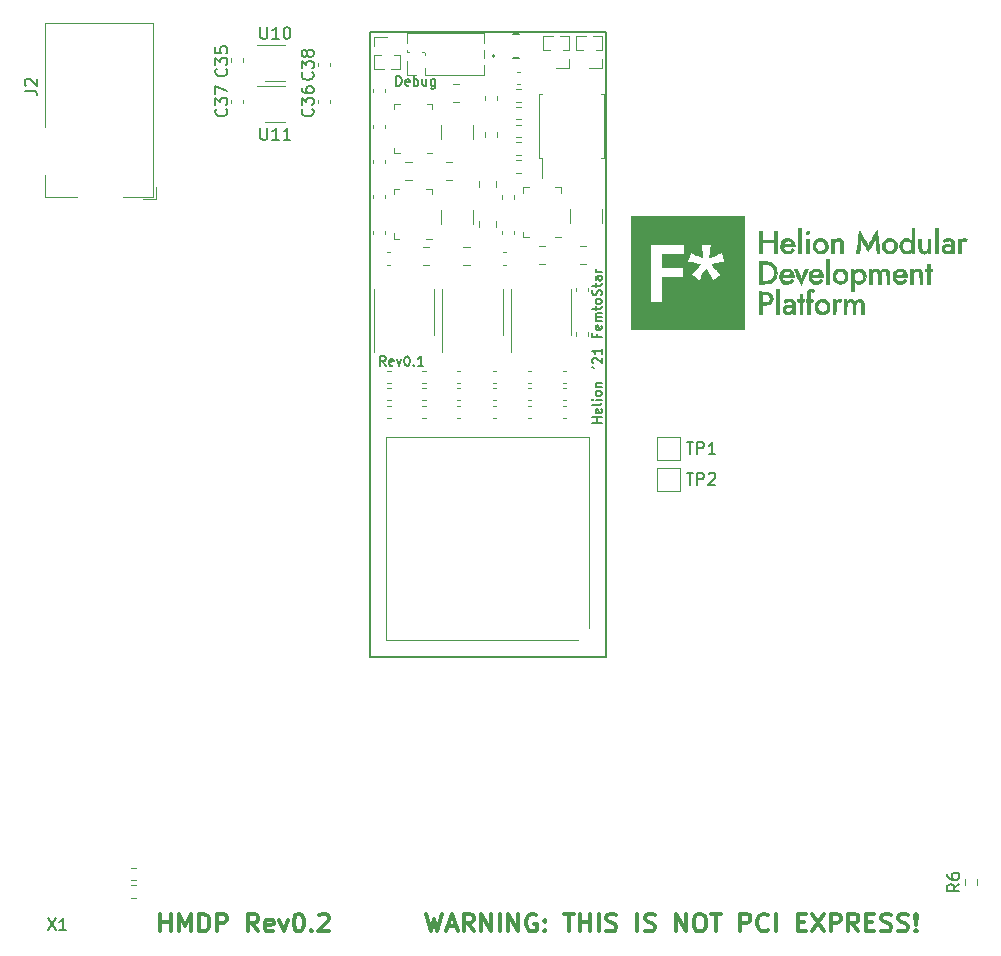
<source format=gbr>
%TF.GenerationSoftware,KiCad,Pcbnew,5.99.0+really5.1.10+dfsg1-1*%
%TF.CreationDate,2021-09-13T00:49:02-04:00*%
%TF.ProjectId,ECP5_BOARD,45435035-5f42-44f4-9152-442e6b696361,rev?*%
%TF.SameCoordinates,Original*%
%TF.FileFunction,Legend,Top*%
%TF.FilePolarity,Positive*%
%FSLAX46Y46*%
G04 Gerber Fmt 4.6, Leading zero omitted, Abs format (unit mm)*
G04 Created by KiCad (PCBNEW 5.99.0+really5.1.10+dfsg1-1) date 2021-09-13 00:49:02*
%MOMM*%
%LPD*%
G01*
G04 APERTURE LIST*
%ADD10C,0.300000*%
%ADD11C,0.153000*%
%ADD12C,0.150000*%
%ADD13C,0.010000*%
%ADD14C,0.120000*%
%ADD15C,0.200000*%
%ADD16C,0.127000*%
G04 APERTURE END LIST*
D10*
X135614285Y-104078571D02*
X135971428Y-105578571D01*
X136257142Y-104507142D01*
X136542857Y-105578571D01*
X136900000Y-104078571D01*
X137400000Y-105150000D02*
X138114285Y-105150000D01*
X137257142Y-105578571D02*
X137757142Y-104078571D01*
X138257142Y-105578571D01*
X139614285Y-105578571D02*
X139114285Y-104864285D01*
X138757142Y-105578571D02*
X138757142Y-104078571D01*
X139328571Y-104078571D01*
X139471428Y-104150000D01*
X139542857Y-104221428D01*
X139614285Y-104364285D01*
X139614285Y-104578571D01*
X139542857Y-104721428D01*
X139471428Y-104792857D01*
X139328571Y-104864285D01*
X138757142Y-104864285D01*
X140257142Y-105578571D02*
X140257142Y-104078571D01*
X141114285Y-105578571D01*
X141114285Y-104078571D01*
X141828571Y-105578571D02*
X141828571Y-104078571D01*
X142542857Y-105578571D02*
X142542857Y-104078571D01*
X143400000Y-105578571D01*
X143400000Y-104078571D01*
X144900000Y-104150000D02*
X144757142Y-104078571D01*
X144542857Y-104078571D01*
X144328571Y-104150000D01*
X144185714Y-104292857D01*
X144114285Y-104435714D01*
X144042857Y-104721428D01*
X144042857Y-104935714D01*
X144114285Y-105221428D01*
X144185714Y-105364285D01*
X144328571Y-105507142D01*
X144542857Y-105578571D01*
X144685714Y-105578571D01*
X144900000Y-105507142D01*
X144971428Y-105435714D01*
X144971428Y-104935714D01*
X144685714Y-104935714D01*
X145614285Y-105435714D02*
X145685714Y-105507142D01*
X145614285Y-105578571D01*
X145542857Y-105507142D01*
X145614285Y-105435714D01*
X145614285Y-105578571D01*
X145614285Y-104650000D02*
X145685714Y-104721428D01*
X145614285Y-104792857D01*
X145542857Y-104721428D01*
X145614285Y-104650000D01*
X145614285Y-104792857D01*
X147257142Y-104078571D02*
X148114285Y-104078571D01*
X147685714Y-105578571D02*
X147685714Y-104078571D01*
X148614285Y-105578571D02*
X148614285Y-104078571D01*
X148614285Y-104792857D02*
X149471428Y-104792857D01*
X149471428Y-105578571D02*
X149471428Y-104078571D01*
X150185714Y-105578571D02*
X150185714Y-104078571D01*
X150828571Y-105507142D02*
X151042857Y-105578571D01*
X151400000Y-105578571D01*
X151542857Y-105507142D01*
X151614285Y-105435714D01*
X151685714Y-105292857D01*
X151685714Y-105150000D01*
X151614285Y-105007142D01*
X151542857Y-104935714D01*
X151400000Y-104864285D01*
X151114285Y-104792857D01*
X150971428Y-104721428D01*
X150900000Y-104650000D01*
X150828571Y-104507142D01*
X150828571Y-104364285D01*
X150900000Y-104221428D01*
X150971428Y-104150000D01*
X151114285Y-104078571D01*
X151471428Y-104078571D01*
X151685714Y-104150000D01*
X153471428Y-105578571D02*
X153471428Y-104078571D01*
X154114285Y-105507142D02*
X154328571Y-105578571D01*
X154685714Y-105578571D01*
X154828571Y-105507142D01*
X154900000Y-105435714D01*
X154971428Y-105292857D01*
X154971428Y-105150000D01*
X154900000Y-105007142D01*
X154828571Y-104935714D01*
X154685714Y-104864285D01*
X154400000Y-104792857D01*
X154257142Y-104721428D01*
X154185714Y-104650000D01*
X154114285Y-104507142D01*
X154114285Y-104364285D01*
X154185714Y-104221428D01*
X154257142Y-104150000D01*
X154400000Y-104078571D01*
X154757142Y-104078571D01*
X154971428Y-104150000D01*
X156757142Y-105578571D02*
X156757142Y-104078571D01*
X157614285Y-105578571D01*
X157614285Y-104078571D01*
X158614285Y-104078571D02*
X158900000Y-104078571D01*
X159042857Y-104150000D01*
X159185714Y-104292857D01*
X159257142Y-104578571D01*
X159257142Y-105078571D01*
X159185714Y-105364285D01*
X159042857Y-105507142D01*
X158900000Y-105578571D01*
X158614285Y-105578571D01*
X158471428Y-105507142D01*
X158328571Y-105364285D01*
X158257142Y-105078571D01*
X158257142Y-104578571D01*
X158328571Y-104292857D01*
X158471428Y-104150000D01*
X158614285Y-104078571D01*
X159685714Y-104078571D02*
X160542857Y-104078571D01*
X160114285Y-105578571D02*
X160114285Y-104078571D01*
X162185714Y-105578571D02*
X162185714Y-104078571D01*
X162757142Y-104078571D01*
X162900000Y-104150000D01*
X162971428Y-104221428D01*
X163042857Y-104364285D01*
X163042857Y-104578571D01*
X162971428Y-104721428D01*
X162900000Y-104792857D01*
X162757142Y-104864285D01*
X162185714Y-104864285D01*
X164542857Y-105435714D02*
X164471428Y-105507142D01*
X164257142Y-105578571D01*
X164114285Y-105578571D01*
X163900000Y-105507142D01*
X163757142Y-105364285D01*
X163685714Y-105221428D01*
X163614285Y-104935714D01*
X163614285Y-104721428D01*
X163685714Y-104435714D01*
X163757142Y-104292857D01*
X163900000Y-104150000D01*
X164114285Y-104078571D01*
X164257142Y-104078571D01*
X164471428Y-104150000D01*
X164542857Y-104221428D01*
X165185714Y-105578571D02*
X165185714Y-104078571D01*
X167042857Y-104792857D02*
X167542857Y-104792857D01*
X167757142Y-105578571D02*
X167042857Y-105578571D01*
X167042857Y-104078571D01*
X167757142Y-104078571D01*
X168257142Y-104078571D02*
X169257142Y-105578571D01*
X169257142Y-104078571D02*
X168257142Y-105578571D01*
X169828571Y-105578571D02*
X169828571Y-104078571D01*
X170400000Y-104078571D01*
X170542857Y-104150000D01*
X170614285Y-104221428D01*
X170685714Y-104364285D01*
X170685714Y-104578571D01*
X170614285Y-104721428D01*
X170542857Y-104792857D01*
X170400000Y-104864285D01*
X169828571Y-104864285D01*
X172185714Y-105578571D02*
X171685714Y-104864285D01*
X171328571Y-105578571D02*
X171328571Y-104078571D01*
X171900000Y-104078571D01*
X172042857Y-104150000D01*
X172114285Y-104221428D01*
X172185714Y-104364285D01*
X172185714Y-104578571D01*
X172114285Y-104721428D01*
X172042857Y-104792857D01*
X171900000Y-104864285D01*
X171328571Y-104864285D01*
X172828571Y-104792857D02*
X173328571Y-104792857D01*
X173542857Y-105578571D02*
X172828571Y-105578571D01*
X172828571Y-104078571D01*
X173542857Y-104078571D01*
X174114285Y-105507142D02*
X174328571Y-105578571D01*
X174685714Y-105578571D01*
X174828571Y-105507142D01*
X174900000Y-105435714D01*
X174971428Y-105292857D01*
X174971428Y-105150000D01*
X174900000Y-105007142D01*
X174828571Y-104935714D01*
X174685714Y-104864285D01*
X174400000Y-104792857D01*
X174257142Y-104721428D01*
X174185714Y-104650000D01*
X174114285Y-104507142D01*
X174114285Y-104364285D01*
X174185714Y-104221428D01*
X174257142Y-104150000D01*
X174400000Y-104078571D01*
X174757142Y-104078571D01*
X174971428Y-104150000D01*
X175542857Y-105507142D02*
X175757142Y-105578571D01*
X176114285Y-105578571D01*
X176257142Y-105507142D01*
X176328571Y-105435714D01*
X176400000Y-105292857D01*
X176400000Y-105150000D01*
X176328571Y-105007142D01*
X176257142Y-104935714D01*
X176114285Y-104864285D01*
X175828571Y-104792857D01*
X175685714Y-104721428D01*
X175614285Y-104650000D01*
X175542857Y-104507142D01*
X175542857Y-104364285D01*
X175614285Y-104221428D01*
X175685714Y-104150000D01*
X175828571Y-104078571D01*
X176185714Y-104078571D01*
X176400000Y-104150000D01*
X177042857Y-105435714D02*
X177114285Y-105507142D01*
X177042857Y-105578571D01*
X176971428Y-105507142D01*
X177042857Y-105435714D01*
X177042857Y-105578571D01*
X177042857Y-105007142D02*
X176971428Y-104150000D01*
X177042857Y-104078571D01*
X177114285Y-104150000D01*
X177042857Y-105007142D01*
X177042857Y-104078571D01*
X113092857Y-105578571D02*
X113092857Y-104078571D01*
X113092857Y-104792857D02*
X113950000Y-104792857D01*
X113950000Y-105578571D02*
X113950000Y-104078571D01*
X114664285Y-105578571D02*
X114664285Y-104078571D01*
X115164285Y-105150000D01*
X115664285Y-104078571D01*
X115664285Y-105578571D01*
X116378571Y-105578571D02*
X116378571Y-104078571D01*
X116735714Y-104078571D01*
X116950000Y-104150000D01*
X117092857Y-104292857D01*
X117164285Y-104435714D01*
X117235714Y-104721428D01*
X117235714Y-104935714D01*
X117164285Y-105221428D01*
X117092857Y-105364285D01*
X116950000Y-105507142D01*
X116735714Y-105578571D01*
X116378571Y-105578571D01*
X117878571Y-105578571D02*
X117878571Y-104078571D01*
X118450000Y-104078571D01*
X118592857Y-104150000D01*
X118664285Y-104221428D01*
X118735714Y-104364285D01*
X118735714Y-104578571D01*
X118664285Y-104721428D01*
X118592857Y-104792857D01*
X118450000Y-104864285D01*
X117878571Y-104864285D01*
X121378571Y-105578571D02*
X120878571Y-104864285D01*
X120521428Y-105578571D02*
X120521428Y-104078571D01*
X121092857Y-104078571D01*
X121235714Y-104150000D01*
X121307142Y-104221428D01*
X121378571Y-104364285D01*
X121378571Y-104578571D01*
X121307142Y-104721428D01*
X121235714Y-104792857D01*
X121092857Y-104864285D01*
X120521428Y-104864285D01*
X122592857Y-105507142D02*
X122450000Y-105578571D01*
X122164285Y-105578571D01*
X122021428Y-105507142D01*
X121950000Y-105364285D01*
X121950000Y-104792857D01*
X122021428Y-104650000D01*
X122164285Y-104578571D01*
X122450000Y-104578571D01*
X122592857Y-104650000D01*
X122664285Y-104792857D01*
X122664285Y-104935714D01*
X121950000Y-105078571D01*
X123164285Y-104578571D02*
X123521428Y-105578571D01*
X123878571Y-104578571D01*
X124735714Y-104078571D02*
X124878571Y-104078571D01*
X125021428Y-104150000D01*
X125092857Y-104221428D01*
X125164285Y-104364285D01*
X125235714Y-104650000D01*
X125235714Y-105007142D01*
X125164285Y-105292857D01*
X125092857Y-105435714D01*
X125021428Y-105507142D01*
X124878571Y-105578571D01*
X124735714Y-105578571D01*
X124592857Y-105507142D01*
X124521428Y-105435714D01*
X124450000Y-105292857D01*
X124378571Y-105007142D01*
X124378571Y-104650000D01*
X124450000Y-104364285D01*
X124521428Y-104221428D01*
X124592857Y-104150000D01*
X124735714Y-104078571D01*
X125878571Y-105435714D02*
X125950000Y-105507142D01*
X125878571Y-105578571D01*
X125807142Y-105507142D01*
X125878571Y-105435714D01*
X125878571Y-105578571D01*
X126521428Y-104221428D02*
X126592857Y-104150000D01*
X126735714Y-104078571D01*
X127092857Y-104078571D01*
X127235714Y-104150000D01*
X127307142Y-104221428D01*
X127378571Y-104364285D01*
X127378571Y-104507142D01*
X127307142Y-104721428D01*
X126450000Y-105578571D01*
X127378571Y-105578571D01*
D11*
X132147619Y-57661904D02*
X131880952Y-57280952D01*
X131690476Y-57661904D02*
X131690476Y-56861904D01*
X131995238Y-56861904D01*
X132071428Y-56900000D01*
X132109523Y-56938095D01*
X132147619Y-57014285D01*
X132147619Y-57128571D01*
X132109523Y-57204761D01*
X132071428Y-57242857D01*
X131995238Y-57280952D01*
X131690476Y-57280952D01*
X132795238Y-57623809D02*
X132719047Y-57661904D01*
X132566666Y-57661904D01*
X132490476Y-57623809D01*
X132452380Y-57547619D01*
X132452380Y-57242857D01*
X132490476Y-57166666D01*
X132566666Y-57128571D01*
X132719047Y-57128571D01*
X132795238Y-57166666D01*
X132833333Y-57242857D01*
X132833333Y-57319047D01*
X132452380Y-57395238D01*
X133100000Y-57128571D02*
X133290476Y-57661904D01*
X133480952Y-57128571D01*
X133938095Y-56861904D02*
X134014285Y-56861904D01*
X134090476Y-56900000D01*
X134128571Y-56938095D01*
X134166666Y-57014285D01*
X134204761Y-57166666D01*
X134204761Y-57357142D01*
X134166666Y-57509523D01*
X134128571Y-57585714D01*
X134090476Y-57623809D01*
X134014285Y-57661904D01*
X133938095Y-57661904D01*
X133861904Y-57623809D01*
X133823809Y-57585714D01*
X133785714Y-57509523D01*
X133747619Y-57357142D01*
X133747619Y-57166666D01*
X133785714Y-57014285D01*
X133823809Y-56938095D01*
X133861904Y-56900000D01*
X133938095Y-56861904D01*
X134547619Y-57585714D02*
X134585714Y-57623809D01*
X134547619Y-57661904D01*
X134509523Y-57623809D01*
X134547619Y-57585714D01*
X134547619Y-57661904D01*
X135347619Y-57661904D02*
X134890476Y-57661904D01*
X135119047Y-57661904D02*
X135119047Y-56861904D01*
X135042857Y-56976190D01*
X134966666Y-57052380D01*
X134890476Y-57090476D01*
X133061904Y-33961904D02*
X133061904Y-33161904D01*
X133252380Y-33161904D01*
X133366666Y-33200000D01*
X133442857Y-33276190D01*
X133480952Y-33352380D01*
X133519047Y-33504761D01*
X133519047Y-33619047D01*
X133480952Y-33771428D01*
X133442857Y-33847619D01*
X133366666Y-33923809D01*
X133252380Y-33961904D01*
X133061904Y-33961904D01*
X134166666Y-33923809D02*
X134090476Y-33961904D01*
X133938095Y-33961904D01*
X133861904Y-33923809D01*
X133823809Y-33847619D01*
X133823809Y-33542857D01*
X133861904Y-33466666D01*
X133938095Y-33428571D01*
X134090476Y-33428571D01*
X134166666Y-33466666D01*
X134204761Y-33542857D01*
X134204761Y-33619047D01*
X133823809Y-33695238D01*
X134547619Y-33961904D02*
X134547619Y-33161904D01*
X134547619Y-33466666D02*
X134623809Y-33428571D01*
X134776190Y-33428571D01*
X134852380Y-33466666D01*
X134890476Y-33504761D01*
X134928571Y-33580952D01*
X134928571Y-33809523D01*
X134890476Y-33885714D01*
X134852380Y-33923809D01*
X134776190Y-33961904D01*
X134623809Y-33961904D01*
X134547619Y-33923809D01*
X135614285Y-33428571D02*
X135614285Y-33961904D01*
X135271428Y-33428571D02*
X135271428Y-33847619D01*
X135309523Y-33923809D01*
X135385714Y-33961904D01*
X135500000Y-33961904D01*
X135576190Y-33923809D01*
X135614285Y-33885714D01*
X136338095Y-33428571D02*
X136338095Y-34076190D01*
X136300000Y-34152380D01*
X136261904Y-34190476D01*
X136185714Y-34228571D01*
X136071428Y-34228571D01*
X135995238Y-34190476D01*
X136338095Y-33923809D02*
X136261904Y-33961904D01*
X136109523Y-33961904D01*
X136033333Y-33923809D01*
X135995238Y-33885714D01*
X135957142Y-33809523D01*
X135957142Y-33580952D01*
X135995238Y-33504761D01*
X136033333Y-33466666D01*
X136109523Y-33428571D01*
X136261904Y-33428571D01*
X136338095Y-33466666D01*
D12*
X130800000Y-29400000D02*
X130800000Y-82300000D01*
X150800000Y-29400000D02*
X130800000Y-29400000D01*
X150800000Y-82300000D02*
X150800000Y-29400000D01*
X130800000Y-82300000D02*
X150800000Y-82300000D01*
D11*
X150461904Y-62495238D02*
X149661904Y-62495238D01*
X150042857Y-62495238D02*
X150042857Y-62038095D01*
X150461904Y-62038095D02*
X149661904Y-62038095D01*
X150423809Y-61352380D02*
X150461904Y-61428571D01*
X150461904Y-61580952D01*
X150423809Y-61657142D01*
X150347619Y-61695238D01*
X150042857Y-61695238D01*
X149966666Y-61657142D01*
X149928571Y-61580952D01*
X149928571Y-61428571D01*
X149966666Y-61352380D01*
X150042857Y-61314285D01*
X150119047Y-61314285D01*
X150195238Y-61695238D01*
X150461904Y-60857142D02*
X150423809Y-60933333D01*
X150347619Y-60971428D01*
X149661904Y-60971428D01*
X150461904Y-60552380D02*
X149928571Y-60552380D01*
X149661904Y-60552380D02*
X149700000Y-60590476D01*
X149738095Y-60552380D01*
X149700000Y-60514285D01*
X149661904Y-60552380D01*
X149738095Y-60552380D01*
X150461904Y-60057142D02*
X150423809Y-60133333D01*
X150385714Y-60171428D01*
X150309523Y-60209523D01*
X150080952Y-60209523D01*
X150004761Y-60171428D01*
X149966666Y-60133333D01*
X149928571Y-60057142D01*
X149928571Y-59942857D01*
X149966666Y-59866666D01*
X150004761Y-59828571D01*
X150080952Y-59790476D01*
X150309523Y-59790476D01*
X150385714Y-59828571D01*
X150423809Y-59866666D01*
X150461904Y-59942857D01*
X150461904Y-60057142D01*
X149928571Y-59447619D02*
X150461904Y-59447619D01*
X150004761Y-59447619D02*
X149966666Y-59409523D01*
X149928571Y-59333333D01*
X149928571Y-59219047D01*
X149966666Y-59142857D01*
X150042857Y-59104761D01*
X150461904Y-59104761D01*
X149661904Y-57757142D02*
X149814285Y-57833333D01*
X149738095Y-57452380D02*
X149700000Y-57414285D01*
X149661904Y-57338095D01*
X149661904Y-57147619D01*
X149700000Y-57071428D01*
X149738095Y-57033333D01*
X149814285Y-56995238D01*
X149890476Y-56995238D01*
X150004761Y-57033333D01*
X150461904Y-57490476D01*
X150461904Y-56995238D01*
X150461904Y-56233333D02*
X150461904Y-56690476D01*
X150461904Y-56461904D02*
X149661904Y-56461904D01*
X149776190Y-56538095D01*
X149852380Y-56614285D01*
X149890476Y-56690476D01*
X150042857Y-55014285D02*
X150042857Y-55280952D01*
X150461904Y-55280952D02*
X149661904Y-55280952D01*
X149661904Y-54900000D01*
X150423809Y-54290476D02*
X150461904Y-54366666D01*
X150461904Y-54519047D01*
X150423809Y-54595238D01*
X150347619Y-54633333D01*
X150042857Y-54633333D01*
X149966666Y-54595238D01*
X149928571Y-54519047D01*
X149928571Y-54366666D01*
X149966666Y-54290476D01*
X150042857Y-54252380D01*
X150119047Y-54252380D01*
X150195238Y-54633333D01*
X150461904Y-53909523D02*
X149928571Y-53909523D01*
X150004761Y-53909523D02*
X149966666Y-53871428D01*
X149928571Y-53795238D01*
X149928571Y-53680952D01*
X149966666Y-53604761D01*
X150042857Y-53566666D01*
X150461904Y-53566666D01*
X150042857Y-53566666D02*
X149966666Y-53528571D01*
X149928571Y-53452380D01*
X149928571Y-53338095D01*
X149966666Y-53261904D01*
X150042857Y-53223809D01*
X150461904Y-53223809D01*
X149928571Y-52957142D02*
X149928571Y-52652380D01*
X149661904Y-52842857D02*
X150347619Y-52842857D01*
X150423809Y-52804761D01*
X150461904Y-52728571D01*
X150461904Y-52652380D01*
X150461904Y-52271428D02*
X150423809Y-52347619D01*
X150385714Y-52385714D01*
X150309523Y-52423809D01*
X150080952Y-52423809D01*
X150004761Y-52385714D01*
X149966666Y-52347619D01*
X149928571Y-52271428D01*
X149928571Y-52157142D01*
X149966666Y-52080952D01*
X150004761Y-52042857D01*
X150080952Y-52004761D01*
X150309523Y-52004761D01*
X150385714Y-52042857D01*
X150423809Y-52080952D01*
X150461904Y-52157142D01*
X150461904Y-52271428D01*
X150423809Y-51700000D02*
X150461904Y-51585714D01*
X150461904Y-51395238D01*
X150423809Y-51319047D01*
X150385714Y-51280952D01*
X150309523Y-51242857D01*
X150233333Y-51242857D01*
X150157142Y-51280952D01*
X150119047Y-51319047D01*
X150080952Y-51395238D01*
X150042857Y-51547619D01*
X150004761Y-51623809D01*
X149966666Y-51661904D01*
X149890476Y-51700000D01*
X149814285Y-51700000D01*
X149738095Y-51661904D01*
X149700000Y-51623809D01*
X149661904Y-51547619D01*
X149661904Y-51357142D01*
X149700000Y-51242857D01*
X149928571Y-51014285D02*
X149928571Y-50709523D01*
X149661904Y-50900000D02*
X150347619Y-50900000D01*
X150423809Y-50861904D01*
X150461904Y-50785714D01*
X150461904Y-50709523D01*
X150461904Y-50100000D02*
X150042857Y-50100000D01*
X149966666Y-50138095D01*
X149928571Y-50214285D01*
X149928571Y-50366666D01*
X149966666Y-50442857D01*
X150423809Y-50100000D02*
X150461904Y-50176190D01*
X150461904Y-50366666D01*
X150423809Y-50442857D01*
X150347619Y-50480952D01*
X150271428Y-50480952D01*
X150195238Y-50442857D01*
X150157142Y-50366666D01*
X150157142Y-50176190D01*
X150119047Y-50100000D01*
X150461904Y-49719047D02*
X149928571Y-49719047D01*
X150080952Y-49719047D02*
X150004761Y-49680952D01*
X149966666Y-49642857D01*
X149928571Y-49566666D01*
X149928571Y-49490476D01*
D13*
%TO.C,G\u002A\u002A\u002A*%
G36*
X167977991Y-46307628D02*
G01*
X168016462Y-46367734D01*
X168007671Y-46431328D01*
X167999468Y-46450503D01*
X167942566Y-46512043D01*
X167862483Y-46532872D01*
X167783799Y-46511708D01*
X167738610Y-46464120D01*
X167721110Y-46398574D01*
X167749736Y-46328025D01*
X167754100Y-46321245D01*
X167823690Y-46256389D01*
X167902237Y-46253341D01*
X167977991Y-46307628D01*
G37*
X167977991Y-46307628D02*
X168016462Y-46367734D01*
X168007671Y-46431328D01*
X167999468Y-46450503D01*
X167942566Y-46512043D01*
X167862483Y-46532872D01*
X167783799Y-46511708D01*
X167738610Y-46464120D01*
X167721110Y-46398574D01*
X167749736Y-46328025D01*
X167754100Y-46321245D01*
X167823690Y-46256389D01*
X167902237Y-46253341D01*
X167977991Y-46307628D01*
G36*
X181278673Y-46915409D02*
G01*
X181331212Y-46943853D01*
X181339563Y-46975859D01*
X181308950Y-47035836D01*
X181305644Y-47041440D01*
X181258103Y-47102909D01*
X181204824Y-47116574D01*
X181171664Y-47110349D01*
X181041384Y-47094618D01*
X180946181Y-47125551D01*
X180918713Y-47148340D01*
X180898131Y-47180719D01*
X180882951Y-47237026D01*
X180872069Y-47326841D01*
X180864381Y-47459744D01*
X180858781Y-47645317D01*
X180858150Y-47673794D01*
X180847925Y-48149000D01*
X180630250Y-48149000D01*
X180630250Y-46910750D01*
X180741375Y-46910750D01*
X180817570Y-46917571D01*
X180848468Y-46944952D01*
X180852500Y-46977072D01*
X180855755Y-47016550D01*
X180874635Y-47019623D01*
X180922814Y-46984068D01*
X180950186Y-46961197D01*
X181067122Y-46892702D01*
X181188209Y-46885755D01*
X181278673Y-46915409D01*
G37*
X181278673Y-46915409D02*
X181331212Y-46943853D01*
X181339563Y-46975859D01*
X181308950Y-47035836D01*
X181305644Y-47041440D01*
X181258103Y-47102909D01*
X181204824Y-47116574D01*
X181171664Y-47110349D01*
X181041384Y-47094618D01*
X180946181Y-47125551D01*
X180918713Y-47148340D01*
X180898131Y-47180719D01*
X180882951Y-47237026D01*
X180872069Y-47326841D01*
X180864381Y-47459744D01*
X180858781Y-47645317D01*
X180858150Y-47673794D01*
X180847925Y-48149000D01*
X180630250Y-48149000D01*
X180630250Y-46910750D01*
X180741375Y-46910750D01*
X180817570Y-46917571D01*
X180848468Y-46944952D01*
X180852500Y-46977072D01*
X180855755Y-47016550D01*
X180874635Y-47019623D01*
X180922814Y-46984068D01*
X180950186Y-46961197D01*
X181067122Y-46892702D01*
X181188209Y-46885755D01*
X181278673Y-46915409D01*
G36*
X178915750Y-48149000D02*
G01*
X178693500Y-48149000D01*
X178693500Y-46053500D01*
X178915750Y-46053500D01*
X178915750Y-48149000D01*
G37*
X178915750Y-48149000D02*
X178693500Y-48149000D01*
X178693500Y-46053500D01*
X178915750Y-46053500D01*
X178915750Y-48149000D01*
G36*
X173759130Y-46217386D02*
G01*
X173766279Y-46281693D01*
X173772001Y-46341388D01*
X173784003Y-46454368D01*
X173801199Y-46610849D01*
X173822505Y-46801043D01*
X173846835Y-47015165D01*
X173868435Y-47203061D01*
X173894008Y-47426805D01*
X173916947Y-47632186D01*
X173936269Y-47810002D01*
X173950987Y-47951055D01*
X173960117Y-48046145D01*
X173962750Y-48084124D01*
X173950827Y-48128719D01*
X173903641Y-48146761D01*
X173851625Y-48149000D01*
X173771973Y-48138672D01*
X173740300Y-48110940D01*
X173740221Y-48109312D01*
X173736757Y-48066198D01*
X173727311Y-47970881D01*
X173713021Y-47834259D01*
X173695023Y-47667227D01*
X173676721Y-47501034D01*
X173656390Y-47316482D01*
X173638738Y-47153020D01*
X173624901Y-47021424D01*
X173616014Y-46932468D01*
X173613185Y-46897784D01*
X173598565Y-46913146D01*
X173558005Y-46976369D01*
X173496157Y-47079664D01*
X173417670Y-47215246D01*
X173327194Y-47375328D01*
X173315472Y-47396317D01*
X173222206Y-47562879D01*
X173139184Y-47709910D01*
X173071454Y-47828576D01*
X173024060Y-47910040D01*
X173002049Y-47945465D01*
X173001567Y-47946016D01*
X172981815Y-47924875D01*
X172936582Y-47856210D01*
X172870845Y-47748216D01*
X172789582Y-47609089D01*
X172697768Y-47447023D01*
X172689296Y-47431841D01*
X172587165Y-47247240D01*
X172509328Y-47109873D01*
X172451583Y-47021711D01*
X172409726Y-46984723D01*
X172379554Y-47000877D01*
X172356863Y-47072142D01*
X172337449Y-47200489D01*
X172317109Y-47387885D01*
X172293646Y-47617187D01*
X172237997Y-48149000D01*
X172007686Y-48149000D01*
X172109582Y-47266690D01*
X172136702Y-47031182D01*
X172161864Y-46811374D01*
X172184010Y-46616630D01*
X172202078Y-46456311D01*
X172215009Y-46339783D01*
X172221743Y-46276407D01*
X172221926Y-46274503D01*
X172227288Y-46244058D01*
X172238448Y-46233283D01*
X172259006Y-46247446D01*
X172292564Y-46291815D01*
X172342721Y-46371657D01*
X172413078Y-46492239D01*
X172507237Y-46658831D01*
X172607990Y-46839312D01*
X172712511Y-47026304D01*
X172806714Y-47193402D01*
X172886278Y-47333056D01*
X172946881Y-47437720D01*
X172984202Y-47499845D01*
X172994250Y-47514000D01*
X173011896Y-47487437D01*
X173055377Y-47413065D01*
X173120185Y-47298857D01*
X173201814Y-47152786D01*
X173295758Y-46982827D01*
X173339976Y-46902271D01*
X173440281Y-46719998D01*
X173532468Y-46554069D01*
X173611467Y-46413479D01*
X173672212Y-46307221D01*
X173709635Y-46244292D01*
X173716748Y-46233527D01*
X173745270Y-46201668D01*
X173759130Y-46217386D01*
G37*
X173759130Y-46217386D02*
X173766279Y-46281693D01*
X173772001Y-46341388D01*
X173784003Y-46454368D01*
X173801199Y-46610849D01*
X173822505Y-46801043D01*
X173846835Y-47015165D01*
X173868435Y-47203061D01*
X173894008Y-47426805D01*
X173916947Y-47632186D01*
X173936269Y-47810002D01*
X173950987Y-47951055D01*
X173960117Y-48046145D01*
X173962750Y-48084124D01*
X173950827Y-48128719D01*
X173903641Y-48146761D01*
X173851625Y-48149000D01*
X173771973Y-48138672D01*
X173740300Y-48110940D01*
X173740221Y-48109312D01*
X173736757Y-48066198D01*
X173727311Y-47970881D01*
X173713021Y-47834259D01*
X173695023Y-47667227D01*
X173676721Y-47501034D01*
X173656390Y-47316482D01*
X173638738Y-47153020D01*
X173624901Y-47021424D01*
X173616014Y-46932468D01*
X173613185Y-46897784D01*
X173598565Y-46913146D01*
X173558005Y-46976369D01*
X173496157Y-47079664D01*
X173417670Y-47215246D01*
X173327194Y-47375328D01*
X173315472Y-47396317D01*
X173222206Y-47562879D01*
X173139184Y-47709910D01*
X173071454Y-47828576D01*
X173024060Y-47910040D01*
X173002049Y-47945465D01*
X173001567Y-47946016D01*
X172981815Y-47924875D01*
X172936582Y-47856210D01*
X172870845Y-47748216D01*
X172789582Y-47609089D01*
X172697768Y-47447023D01*
X172689296Y-47431841D01*
X172587165Y-47247240D01*
X172509328Y-47109873D01*
X172451583Y-47021711D01*
X172409726Y-46984723D01*
X172379554Y-47000877D01*
X172356863Y-47072142D01*
X172337449Y-47200489D01*
X172317109Y-47387885D01*
X172293646Y-47617187D01*
X172237997Y-48149000D01*
X172007686Y-48149000D01*
X172109582Y-47266690D01*
X172136702Y-47031182D01*
X172161864Y-46811374D01*
X172184010Y-46616630D01*
X172202078Y-46456311D01*
X172215009Y-46339783D01*
X172221743Y-46276407D01*
X172221926Y-46274503D01*
X172227288Y-46244058D01*
X172238448Y-46233283D01*
X172259006Y-46247446D01*
X172292564Y-46291815D01*
X172342721Y-46371657D01*
X172413078Y-46492239D01*
X172507237Y-46658831D01*
X172607990Y-46839312D01*
X172712511Y-47026304D01*
X172806714Y-47193402D01*
X172886278Y-47333056D01*
X172946881Y-47437720D01*
X172984202Y-47499845D01*
X172994250Y-47514000D01*
X173011896Y-47487437D01*
X173055377Y-47413065D01*
X173120185Y-47298857D01*
X173201814Y-47152786D01*
X173295758Y-46982827D01*
X173339976Y-46902271D01*
X173440281Y-46719998D01*
X173532468Y-46554069D01*
X173611467Y-46413479D01*
X173672212Y-46307221D01*
X173709635Y-46244292D01*
X173716748Y-46233527D01*
X173745270Y-46201668D01*
X173759130Y-46217386D01*
G36*
X170607941Y-46904579D02*
G01*
X170686473Y-46943313D01*
X170756299Y-46994912D01*
X170807852Y-47058884D01*
X170843708Y-47144992D01*
X170866447Y-47262998D01*
X170878645Y-47422666D01*
X170882880Y-47633758D01*
X170883000Y-47687605D01*
X170883000Y-48149000D01*
X170660750Y-48149000D01*
X170660750Y-47692142D01*
X170658652Y-47482409D01*
X170650022Y-47327832D01*
X170631354Y-47220137D01*
X170599141Y-47151050D01*
X170549877Y-47112300D01*
X170480056Y-47095614D01*
X170406648Y-47092590D01*
X170305431Y-47101769D01*
X170232878Y-47139078D01*
X170178671Y-47192671D01*
X170142746Y-47234810D01*
X170118019Y-47274955D01*
X170102399Y-47325459D01*
X170093793Y-47398675D01*
X170090112Y-47506953D01*
X170089264Y-47662648D01*
X170089250Y-47720875D01*
X170089250Y-48149000D01*
X169867000Y-48149000D01*
X169867000Y-46910750D01*
X169978125Y-46910750D01*
X170053046Y-46916425D01*
X170083753Y-46943106D01*
X170089250Y-46995659D01*
X170089250Y-47080568D01*
X170160687Y-47015502D01*
X170306780Y-46916305D01*
X170457068Y-46879166D01*
X170607941Y-46904579D01*
G37*
X170607941Y-46904579D02*
X170686473Y-46943313D01*
X170756299Y-46994912D01*
X170807852Y-47058884D01*
X170843708Y-47144992D01*
X170866447Y-47262998D01*
X170878645Y-47422666D01*
X170882880Y-47633758D01*
X170883000Y-47687605D01*
X170883000Y-48149000D01*
X170660750Y-48149000D01*
X170660750Y-47692142D01*
X170658652Y-47482409D01*
X170650022Y-47327832D01*
X170631354Y-47220137D01*
X170599141Y-47151050D01*
X170549877Y-47112300D01*
X170480056Y-47095614D01*
X170406648Y-47092590D01*
X170305431Y-47101769D01*
X170232878Y-47139078D01*
X170178671Y-47192671D01*
X170142746Y-47234810D01*
X170118019Y-47274955D01*
X170102399Y-47325459D01*
X170093793Y-47398675D01*
X170090112Y-47506953D01*
X170089264Y-47662648D01*
X170089250Y-47720875D01*
X170089250Y-48149000D01*
X169867000Y-48149000D01*
X169867000Y-46910750D01*
X169978125Y-46910750D01*
X170053046Y-46916425D01*
X170083753Y-46943106D01*
X170089250Y-46995659D01*
X170089250Y-47080568D01*
X170160687Y-47015502D01*
X170306780Y-46916305D01*
X170457068Y-46879166D01*
X170607941Y-46904579D01*
G36*
X167962000Y-48149000D02*
G01*
X167771500Y-48149000D01*
X167771500Y-46910750D01*
X167962000Y-46910750D01*
X167962000Y-48149000D01*
G37*
X167962000Y-48149000D02*
X167771500Y-48149000D01*
X167771500Y-46910750D01*
X167962000Y-46910750D01*
X167962000Y-48149000D01*
G36*
X167295250Y-48149000D02*
G01*
X167073000Y-48149000D01*
X167073000Y-46053500D01*
X167295250Y-46053500D01*
X167295250Y-48149000D01*
G37*
X167295250Y-48149000D02*
X167073000Y-48149000D01*
X167073000Y-46053500D01*
X167295250Y-46053500D01*
X167295250Y-48149000D01*
G36*
X163993250Y-47006000D02*
G01*
X165041000Y-47006000D01*
X165041000Y-46244000D01*
X165263250Y-46244000D01*
X165263250Y-48149000D01*
X165041000Y-48149000D01*
X165041000Y-47228250D01*
X163993250Y-47228250D01*
X163993250Y-48149000D01*
X163771000Y-48149000D01*
X163771000Y-46244000D01*
X163993250Y-46244000D01*
X163993250Y-47006000D01*
G37*
X163993250Y-47006000D02*
X165041000Y-47006000D01*
X165041000Y-46244000D01*
X165263250Y-46244000D01*
X165263250Y-48149000D01*
X165041000Y-48149000D01*
X165041000Y-47228250D01*
X163993250Y-47228250D01*
X163993250Y-48149000D01*
X163771000Y-48149000D01*
X163771000Y-46244000D01*
X163993250Y-46244000D01*
X163993250Y-47006000D01*
G36*
X180011472Y-46914928D02*
G01*
X180120382Y-46967705D01*
X180177895Y-47016236D01*
X180219834Y-47070719D01*
X180248612Y-47141660D01*
X180266642Y-47239565D01*
X180276338Y-47374942D01*
X180280114Y-47558296D01*
X180280531Y-47664812D01*
X180281000Y-48149000D01*
X180169875Y-48149000D01*
X180092475Y-48141362D01*
X180061630Y-48112875D01*
X180058750Y-48089818D01*
X180054421Y-48057613D01*
X180032139Y-48051282D01*
X179977958Y-48072320D01*
X179910494Y-48105693D01*
X179743927Y-48167143D01*
X179590915Y-48172040D01*
X179468682Y-48135620D01*
X179338521Y-48048558D01*
X179259467Y-47924271D01*
X179239801Y-47807044D01*
X179449306Y-47807044D01*
X179489469Y-47901405D01*
X179521272Y-47934974D01*
X179626426Y-47982511D01*
X179750925Y-47983452D01*
X179874591Y-47940900D01*
X179970407Y-47865870D01*
X180043568Y-47760107D01*
X180057188Y-47674065D01*
X180011372Y-47608891D01*
X179943860Y-47576257D01*
X179827218Y-47554319D01*
X179698796Y-47554897D01*
X179582129Y-47575696D01*
X179500756Y-47614419D01*
X179494561Y-47620081D01*
X179450263Y-47704540D01*
X179449306Y-47807044D01*
X179239801Y-47807044D01*
X179233250Y-47768000D01*
X179257470Y-47614125D01*
X179330800Y-47500248D01*
X179454242Y-47424915D01*
X179475236Y-47417475D01*
X179577682Y-47399020D01*
X179712113Y-47394104D01*
X179851007Y-47401886D01*
X179966843Y-47421524D01*
X180003187Y-47433607D01*
X180039271Y-47439983D01*
X180055141Y-47408746D01*
X180058263Y-47334834D01*
X180050187Y-47228330D01*
X180019390Y-47161828D01*
X179954424Y-47112837D01*
X179941774Y-47106003D01*
X179816574Y-47073024D01*
X179665477Y-47085450D01*
X179528974Y-47131233D01*
X179396073Y-47191571D01*
X179346235Y-47115508D01*
X179315100Y-47058289D01*
X179327169Y-47023394D01*
X179368010Y-46994511D01*
X179515478Y-46928003D01*
X179684855Y-46892107D01*
X179856675Y-46887518D01*
X180011472Y-46914928D01*
G37*
X180011472Y-46914928D02*
X180120382Y-46967705D01*
X180177895Y-47016236D01*
X180219834Y-47070719D01*
X180248612Y-47141660D01*
X180266642Y-47239565D01*
X180276338Y-47374942D01*
X180280114Y-47558296D01*
X180280531Y-47664812D01*
X180281000Y-48149000D01*
X180169875Y-48149000D01*
X180092475Y-48141362D01*
X180061630Y-48112875D01*
X180058750Y-48089818D01*
X180054421Y-48057613D01*
X180032139Y-48051282D01*
X179977958Y-48072320D01*
X179910494Y-48105693D01*
X179743927Y-48167143D01*
X179590915Y-48172040D01*
X179468682Y-48135620D01*
X179338521Y-48048558D01*
X179259467Y-47924271D01*
X179239801Y-47807044D01*
X179449306Y-47807044D01*
X179489469Y-47901405D01*
X179521272Y-47934974D01*
X179626426Y-47982511D01*
X179750925Y-47983452D01*
X179874591Y-47940900D01*
X179970407Y-47865870D01*
X180043568Y-47760107D01*
X180057188Y-47674065D01*
X180011372Y-47608891D01*
X179943860Y-47576257D01*
X179827218Y-47554319D01*
X179698796Y-47554897D01*
X179582129Y-47575696D01*
X179500756Y-47614419D01*
X179494561Y-47620081D01*
X179450263Y-47704540D01*
X179449306Y-47807044D01*
X179239801Y-47807044D01*
X179233250Y-47768000D01*
X179257470Y-47614125D01*
X179330800Y-47500248D01*
X179454242Y-47424915D01*
X179475236Y-47417475D01*
X179577682Y-47399020D01*
X179712113Y-47394104D01*
X179851007Y-47401886D01*
X179966843Y-47421524D01*
X180003187Y-47433607D01*
X180039271Y-47439983D01*
X180055141Y-47408746D01*
X180058263Y-47334834D01*
X180050187Y-47228330D01*
X180019390Y-47161828D01*
X179954424Y-47112837D01*
X179941774Y-47106003D01*
X179816574Y-47073024D01*
X179665477Y-47085450D01*
X179528974Y-47131233D01*
X179396073Y-47191571D01*
X179346235Y-47115508D01*
X179315100Y-47058289D01*
X179327169Y-47023394D01*
X179368010Y-46994511D01*
X179515478Y-46928003D01*
X179684855Y-46892107D01*
X179856675Y-46887518D01*
X180011472Y-46914928D01*
G36*
X177492595Y-47367893D02*
G01*
X177497708Y-47552031D01*
X177504414Y-47683683D01*
X177514199Y-47773862D01*
X177528552Y-47833582D01*
X177548960Y-47873856D01*
X177563358Y-47891768D01*
X177651306Y-47946111D01*
X177765741Y-47962111D01*
X177883023Y-47940401D01*
X177979510Y-47881618D01*
X177980568Y-47880568D01*
X178011422Y-47846935D01*
X178032832Y-47810617D01*
X178046521Y-47760038D01*
X178054211Y-47683618D01*
X178057624Y-47569780D01*
X178058482Y-47406946D01*
X178058500Y-47356693D01*
X178058500Y-46910750D01*
X178280750Y-46910750D01*
X178280750Y-48149000D01*
X178169625Y-48149000D01*
X178094669Y-48143335D01*
X178063690Y-48116366D01*
X178057534Y-48061687D01*
X178054002Y-48004658D01*
X178040364Y-48004927D01*
X178022542Y-48032912D01*
X177962413Y-48090480D01*
X177865771Y-48141612D01*
X177759336Y-48174073D01*
X177702332Y-48179507D01*
X177620872Y-48165678D01*
X177534625Y-48136220D01*
X177442282Y-48083769D01*
X177372663Y-48013092D01*
X177322955Y-47915631D01*
X177290346Y-47782829D01*
X177272023Y-47606129D01*
X177265174Y-47376974D01*
X177264927Y-47315562D01*
X177264750Y-46910750D01*
X177482315Y-46910750D01*
X177492595Y-47367893D01*
G37*
X177492595Y-47367893D02*
X177497708Y-47552031D01*
X177504414Y-47683683D01*
X177514199Y-47773862D01*
X177528552Y-47833582D01*
X177548960Y-47873856D01*
X177563358Y-47891768D01*
X177651306Y-47946111D01*
X177765741Y-47962111D01*
X177883023Y-47940401D01*
X177979510Y-47881618D01*
X177980568Y-47880568D01*
X178011422Y-47846935D01*
X178032832Y-47810617D01*
X178046521Y-47760038D01*
X178054211Y-47683618D01*
X178057624Y-47569780D01*
X178058482Y-47406946D01*
X178058500Y-47356693D01*
X178058500Y-46910750D01*
X178280750Y-46910750D01*
X178280750Y-48149000D01*
X178169625Y-48149000D01*
X178094669Y-48143335D01*
X178063690Y-48116366D01*
X178057534Y-48061687D01*
X178054002Y-48004658D01*
X178040364Y-48004927D01*
X178022542Y-48032912D01*
X177962413Y-48090480D01*
X177865771Y-48141612D01*
X177759336Y-48174073D01*
X177702332Y-48179507D01*
X177620872Y-48165678D01*
X177534625Y-48136220D01*
X177442282Y-48083769D01*
X177372663Y-48013092D01*
X177322955Y-47915631D01*
X177290346Y-47782829D01*
X177272023Y-47606129D01*
X177265174Y-47376974D01*
X177264927Y-47315562D01*
X177264750Y-46910750D01*
X177482315Y-46910750D01*
X177492595Y-47367893D01*
G36*
X176915500Y-48149000D02*
G01*
X176804375Y-48149000D01*
X176729803Y-48143856D01*
X176699216Y-48116670D01*
X176693251Y-48049811D01*
X176693250Y-48047809D01*
X176693250Y-47946619D01*
X176605937Y-48029914D01*
X176461052Y-48132889D01*
X176302911Y-48175422D01*
X176126428Y-48158466D01*
X176047302Y-48134437D01*
X175882414Y-48043819D01*
X175756788Y-47908079D01*
X175676325Y-47736128D01*
X175646926Y-47536876D01*
X175646894Y-47529875D01*
X175651597Y-47494930D01*
X175867188Y-47494930D01*
X175880528Y-47649719D01*
X175915554Y-47748019D01*
X176000522Y-47859195D01*
X176121253Y-47931576D01*
X176260673Y-47961594D01*
X176401711Y-47945678D01*
X176527294Y-47880259D01*
X176531464Y-47876807D01*
X176627749Y-47757405D01*
X176675910Y-47612294D01*
X176675535Y-47457671D01*
X176626209Y-47309732D01*
X176548616Y-47204437D01*
X176465283Y-47135246D01*
X176378256Y-47102263D01*
X176262858Y-47097795D01*
X176217000Y-47101037D01*
X176080424Y-47141354D01*
X175972812Y-47228564D01*
X175899841Y-47350484D01*
X175867188Y-47494930D01*
X175651597Y-47494930D01*
X175672348Y-47340769D01*
X175742593Y-47177772D01*
X175848454Y-47045666D01*
X175980757Y-46949237D01*
X176130325Y-46893266D01*
X176287986Y-46882539D01*
X176444563Y-46921839D01*
X176590881Y-47015949D01*
X176605937Y-47029835D01*
X176693250Y-47113130D01*
X176693250Y-46053500D01*
X176915500Y-46053500D01*
X176915500Y-48149000D01*
G37*
X176915500Y-48149000D02*
X176804375Y-48149000D01*
X176729803Y-48143856D01*
X176699216Y-48116670D01*
X176693251Y-48049811D01*
X176693250Y-48047809D01*
X176693250Y-47946619D01*
X176605937Y-48029914D01*
X176461052Y-48132889D01*
X176302911Y-48175422D01*
X176126428Y-48158466D01*
X176047302Y-48134437D01*
X175882414Y-48043819D01*
X175756788Y-47908079D01*
X175676325Y-47736128D01*
X175646926Y-47536876D01*
X175646894Y-47529875D01*
X175651597Y-47494930D01*
X175867188Y-47494930D01*
X175880528Y-47649719D01*
X175915554Y-47748019D01*
X176000522Y-47859195D01*
X176121253Y-47931576D01*
X176260673Y-47961594D01*
X176401711Y-47945678D01*
X176527294Y-47880259D01*
X176531464Y-47876807D01*
X176627749Y-47757405D01*
X176675910Y-47612294D01*
X176675535Y-47457671D01*
X176626209Y-47309732D01*
X176548616Y-47204437D01*
X176465283Y-47135246D01*
X176378256Y-47102263D01*
X176262858Y-47097795D01*
X176217000Y-47101037D01*
X176080424Y-47141354D01*
X175972812Y-47228564D01*
X175899841Y-47350484D01*
X175867188Y-47494930D01*
X175651597Y-47494930D01*
X175672348Y-47340769D01*
X175742593Y-47177772D01*
X175848454Y-47045666D01*
X175980757Y-46949237D01*
X176130325Y-46893266D01*
X176287986Y-46882539D01*
X176444563Y-46921839D01*
X176590881Y-47015949D01*
X176605937Y-47029835D01*
X176693250Y-47113130D01*
X176693250Y-46053500D01*
X176915500Y-46053500D01*
X176915500Y-48149000D01*
G36*
X175052605Y-46924927D02*
G01*
X175213766Y-47014134D01*
X175308312Y-47101210D01*
X175393758Y-47220178D01*
X175440750Y-47353354D01*
X175453813Y-47517739D01*
X175448234Y-47626908D01*
X175402531Y-47808855D01*
X175301261Y-47966863D01*
X175150741Y-48091220D01*
X175143378Y-48095596D01*
X175027379Y-48139839D01*
X174880519Y-48164423D01*
X174732277Y-48166635D01*
X174613625Y-48144325D01*
X174437452Y-48047506D01*
X174303044Y-47907182D01*
X174216782Y-47732573D01*
X174185045Y-47532900D01*
X174185000Y-47524844D01*
X174193736Y-47464146D01*
X174410090Y-47464146D01*
X174412400Y-47604833D01*
X174456068Y-47736807D01*
X174536847Y-47847844D01*
X174650489Y-47925722D01*
X174792749Y-47958217D01*
X174808137Y-47958500D01*
X174920178Y-47947374D01*
X175022419Y-47919720D01*
X175043289Y-47910337D01*
X175148243Y-47825386D01*
X175213062Y-47709365D01*
X175239869Y-47575469D01*
X175230786Y-47436892D01*
X175187937Y-47306829D01*
X175113443Y-47198475D01*
X175009428Y-47125026D01*
X174913043Y-47100758D01*
X174773103Y-47097613D01*
X174669686Y-47120881D01*
X174578909Y-47177391D01*
X174546530Y-47205528D01*
X174453385Y-47326970D01*
X174410090Y-47464146D01*
X174193736Y-47464146D01*
X174212496Y-47333806D01*
X174288460Y-47171725D01*
X174403099Y-47042296D01*
X174546624Y-46949209D01*
X174709243Y-46896157D01*
X174881167Y-46886832D01*
X175052605Y-46924927D01*
G37*
X175052605Y-46924927D02*
X175213766Y-47014134D01*
X175308312Y-47101210D01*
X175393758Y-47220178D01*
X175440750Y-47353354D01*
X175453813Y-47517739D01*
X175448234Y-47626908D01*
X175402531Y-47808855D01*
X175301261Y-47966863D01*
X175150741Y-48091220D01*
X175143378Y-48095596D01*
X175027379Y-48139839D01*
X174880519Y-48164423D01*
X174732277Y-48166635D01*
X174613625Y-48144325D01*
X174437452Y-48047506D01*
X174303044Y-47907182D01*
X174216782Y-47732573D01*
X174185045Y-47532900D01*
X174185000Y-47524844D01*
X174193736Y-47464146D01*
X174410090Y-47464146D01*
X174412400Y-47604833D01*
X174456068Y-47736807D01*
X174536847Y-47847844D01*
X174650489Y-47925722D01*
X174792749Y-47958217D01*
X174808137Y-47958500D01*
X174920178Y-47947374D01*
X175022419Y-47919720D01*
X175043289Y-47910337D01*
X175148243Y-47825386D01*
X175213062Y-47709365D01*
X175239869Y-47575469D01*
X175230786Y-47436892D01*
X175187937Y-47306829D01*
X175113443Y-47198475D01*
X175009428Y-47125026D01*
X174913043Y-47100758D01*
X174773103Y-47097613D01*
X174669686Y-47120881D01*
X174578909Y-47177391D01*
X174546530Y-47205528D01*
X174453385Y-47326970D01*
X174410090Y-47464146D01*
X174193736Y-47464146D01*
X174212496Y-47333806D01*
X174288460Y-47171725D01*
X174403099Y-47042296D01*
X174546624Y-46949209D01*
X174709243Y-46896157D01*
X174881167Y-46886832D01*
X175052605Y-46924927D01*
G36*
X169178855Y-46924927D02*
G01*
X169340016Y-47014134D01*
X169434562Y-47101210D01*
X169520008Y-47220178D01*
X169567000Y-47353354D01*
X169580063Y-47517739D01*
X169574484Y-47626908D01*
X169528781Y-47808855D01*
X169427511Y-47966863D01*
X169276991Y-48091220D01*
X169269628Y-48095596D01*
X169153629Y-48139839D01*
X169006769Y-48164423D01*
X168858527Y-48166635D01*
X168739875Y-48144325D01*
X168563702Y-48047506D01*
X168429294Y-47907182D01*
X168343032Y-47732573D01*
X168311295Y-47532900D01*
X168311250Y-47524844D01*
X168319986Y-47464146D01*
X168536340Y-47464146D01*
X168538650Y-47604833D01*
X168582318Y-47736807D01*
X168663097Y-47847844D01*
X168776739Y-47925722D01*
X168918999Y-47958217D01*
X168934387Y-47958500D01*
X169046428Y-47947374D01*
X169148669Y-47919720D01*
X169169539Y-47910337D01*
X169274493Y-47825386D01*
X169339312Y-47709365D01*
X169366119Y-47575469D01*
X169357036Y-47436892D01*
X169314187Y-47306829D01*
X169239693Y-47198475D01*
X169135678Y-47125026D01*
X169039293Y-47100758D01*
X168899353Y-47097613D01*
X168795936Y-47120881D01*
X168705159Y-47177391D01*
X168672780Y-47205528D01*
X168579635Y-47326970D01*
X168536340Y-47464146D01*
X168319986Y-47464146D01*
X168338746Y-47333806D01*
X168414710Y-47171725D01*
X168529349Y-47042296D01*
X168672874Y-46949209D01*
X168835493Y-46896157D01*
X169007417Y-46886832D01*
X169178855Y-46924927D01*
G37*
X169178855Y-46924927D02*
X169340016Y-47014134D01*
X169434562Y-47101210D01*
X169520008Y-47220178D01*
X169567000Y-47353354D01*
X169580063Y-47517739D01*
X169574484Y-47626908D01*
X169528781Y-47808855D01*
X169427511Y-47966863D01*
X169276991Y-48091220D01*
X169269628Y-48095596D01*
X169153629Y-48139839D01*
X169006769Y-48164423D01*
X168858527Y-48166635D01*
X168739875Y-48144325D01*
X168563702Y-48047506D01*
X168429294Y-47907182D01*
X168343032Y-47732573D01*
X168311295Y-47532900D01*
X168311250Y-47524844D01*
X168319986Y-47464146D01*
X168536340Y-47464146D01*
X168538650Y-47604833D01*
X168582318Y-47736807D01*
X168663097Y-47847844D01*
X168776739Y-47925722D01*
X168918999Y-47958217D01*
X168934387Y-47958500D01*
X169046428Y-47947374D01*
X169148669Y-47919720D01*
X169169539Y-47910337D01*
X169274493Y-47825386D01*
X169339312Y-47709365D01*
X169366119Y-47575469D01*
X169357036Y-47436892D01*
X169314187Y-47306829D01*
X169239693Y-47198475D01*
X169135678Y-47125026D01*
X169039293Y-47100758D01*
X168899353Y-47097613D01*
X168795936Y-47120881D01*
X168705159Y-47177391D01*
X168672780Y-47205528D01*
X168579635Y-47326970D01*
X168536340Y-47464146D01*
X168319986Y-47464146D01*
X168338746Y-47333806D01*
X168414710Y-47171725D01*
X168529349Y-47042296D01*
X168672874Y-46949209D01*
X168835493Y-46896157D01*
X169007417Y-46886832D01*
X169178855Y-46924927D01*
G36*
X166392873Y-46916929D02*
G01*
X166558603Y-46997527D01*
X166597034Y-47026986D01*
X166667024Y-47114285D01*
X166728608Y-47240395D01*
X166771945Y-47380641D01*
X166787250Y-47503887D01*
X166787250Y-47577500D01*
X166295125Y-47577500D01*
X166098334Y-47578067D01*
X165957793Y-47581838D01*
X165866252Y-47591911D01*
X165816459Y-47611388D01*
X165801164Y-47643368D01*
X165813117Y-47690952D01*
X165845067Y-47757241D01*
X165850443Y-47767649D01*
X165927252Y-47873905D01*
X166030855Y-47934955D01*
X166174577Y-47957870D01*
X166210114Y-47958500D01*
X166317893Y-47953479D01*
X166390998Y-47931140D01*
X166457928Y-47880568D01*
X166486813Y-47852536D01*
X166592777Y-47746572D01*
X166762137Y-47881614D01*
X166634065Y-47997319D01*
X166463981Y-48111869D01*
X166274955Y-48170505D01*
X166078693Y-48170442D01*
X165990755Y-48150405D01*
X165838288Y-48072627D01*
X165714451Y-47946689D01*
X165627062Y-47784423D01*
X165583939Y-47597662D01*
X165580750Y-47529875D01*
X165602822Y-47364970D01*
X165606379Y-47355346D01*
X165821605Y-47355346D01*
X165837708Y-47371235D01*
X165883728Y-47380718D01*
X165969647Y-47385409D01*
X166105447Y-47386922D01*
X166169121Y-47387000D01*
X166320551Y-47384511D01*
X166438672Y-47377636D01*
X166512796Y-47367263D01*
X166533250Y-47356743D01*
X166508869Y-47269763D01*
X166448562Y-47179884D01*
X166371585Y-47115629D01*
X166369895Y-47114743D01*
X166223062Y-47070620D01*
X166080023Y-47084237D01*
X165953621Y-47150483D01*
X165856698Y-47264246D01*
X165825435Y-47331437D01*
X165821605Y-47355346D01*
X165606379Y-47355346D01*
X165662521Y-47203467D01*
X165750064Y-47065499D01*
X165850675Y-46974218D01*
X166020915Y-46904002D01*
X166207646Y-46885330D01*
X166392873Y-46916929D01*
G37*
X166392873Y-46916929D02*
X166558603Y-46997527D01*
X166597034Y-47026986D01*
X166667024Y-47114285D01*
X166728608Y-47240395D01*
X166771945Y-47380641D01*
X166787250Y-47503887D01*
X166787250Y-47577500D01*
X166295125Y-47577500D01*
X166098334Y-47578067D01*
X165957793Y-47581838D01*
X165866252Y-47591911D01*
X165816459Y-47611388D01*
X165801164Y-47643368D01*
X165813117Y-47690952D01*
X165845067Y-47757241D01*
X165850443Y-47767649D01*
X165927252Y-47873905D01*
X166030855Y-47934955D01*
X166174577Y-47957870D01*
X166210114Y-47958500D01*
X166317893Y-47953479D01*
X166390998Y-47931140D01*
X166457928Y-47880568D01*
X166486813Y-47852536D01*
X166592777Y-47746572D01*
X166762137Y-47881614D01*
X166634065Y-47997319D01*
X166463981Y-48111869D01*
X166274955Y-48170505D01*
X166078693Y-48170442D01*
X165990755Y-48150405D01*
X165838288Y-48072627D01*
X165714451Y-47946689D01*
X165627062Y-47784423D01*
X165583939Y-47597662D01*
X165580750Y-47529875D01*
X165602822Y-47364970D01*
X165606379Y-47355346D01*
X165821605Y-47355346D01*
X165837708Y-47371235D01*
X165883728Y-47380718D01*
X165969647Y-47385409D01*
X166105447Y-47386922D01*
X166169121Y-47387000D01*
X166320551Y-47384511D01*
X166438672Y-47377636D01*
X166512796Y-47367263D01*
X166533250Y-47356743D01*
X166508869Y-47269763D01*
X166448562Y-47179884D01*
X166371585Y-47115629D01*
X166369895Y-47114743D01*
X166223062Y-47070620D01*
X166080023Y-47084237D01*
X165953621Y-47150483D01*
X165856698Y-47264246D01*
X165825435Y-47331437D01*
X165821605Y-47355346D01*
X165606379Y-47355346D01*
X165662521Y-47203467D01*
X165750064Y-47065499D01*
X165850675Y-46974218D01*
X166020915Y-46904002D01*
X166207646Y-46885330D01*
X166392873Y-46916929D01*
G36*
X178249000Y-49482500D02*
G01*
X178344250Y-49482500D01*
X178411715Y-49490367D01*
X178436581Y-49527477D01*
X178439500Y-49577750D01*
X178431632Y-49645215D01*
X178394522Y-49670081D01*
X178344250Y-49673000D01*
X178249000Y-49673000D01*
X178249000Y-50720750D01*
X178026750Y-50720750D01*
X178026750Y-49673000D01*
X177915625Y-49673000D01*
X177840964Y-49667690D01*
X177810341Y-49640757D01*
X177804500Y-49577750D01*
X177810694Y-49513755D01*
X177842116Y-49487507D01*
X177915625Y-49482500D01*
X178026750Y-49482500D01*
X178026750Y-49038000D01*
X178249000Y-49038000D01*
X178249000Y-49482500D01*
G37*
X178249000Y-49482500D02*
X178344250Y-49482500D01*
X178411715Y-49490367D01*
X178436581Y-49527477D01*
X178439500Y-49577750D01*
X178431632Y-49645215D01*
X178394522Y-49670081D01*
X178344250Y-49673000D01*
X178249000Y-49673000D01*
X178249000Y-50720750D01*
X178026750Y-50720750D01*
X178026750Y-49673000D01*
X177915625Y-49673000D01*
X177840964Y-49667690D01*
X177810341Y-49640757D01*
X177804500Y-49577750D01*
X177810694Y-49513755D01*
X177842116Y-49487507D01*
X177915625Y-49482500D01*
X178026750Y-49482500D01*
X178026750Y-49038000D01*
X178249000Y-49038000D01*
X178249000Y-49482500D01*
G36*
X177307191Y-49476329D02*
G01*
X177385723Y-49515063D01*
X177455549Y-49566662D01*
X177507102Y-49630634D01*
X177542958Y-49716742D01*
X177565697Y-49834748D01*
X177577895Y-49994416D01*
X177582130Y-50205508D01*
X177582250Y-50259355D01*
X177582250Y-50720750D01*
X177360000Y-50720750D01*
X177360000Y-50263892D01*
X177357902Y-50054159D01*
X177349272Y-49899582D01*
X177330604Y-49791887D01*
X177298391Y-49722800D01*
X177249127Y-49684050D01*
X177179306Y-49667364D01*
X177105898Y-49664340D01*
X177004681Y-49673519D01*
X176932128Y-49710828D01*
X176877921Y-49764421D01*
X176841996Y-49806560D01*
X176817269Y-49846705D01*
X176801649Y-49897209D01*
X176793043Y-49970425D01*
X176789362Y-50078703D01*
X176788514Y-50234398D01*
X176788500Y-50292625D01*
X176788500Y-50720750D01*
X176566250Y-50720750D01*
X176566250Y-49482500D01*
X176677375Y-49482500D01*
X176752296Y-49488175D01*
X176783003Y-49514856D01*
X176788500Y-49567409D01*
X176788500Y-49652318D01*
X176859937Y-49587252D01*
X177006030Y-49488055D01*
X177156318Y-49450916D01*
X177307191Y-49476329D01*
G37*
X177307191Y-49476329D02*
X177385723Y-49515063D01*
X177455549Y-49566662D01*
X177507102Y-49630634D01*
X177542958Y-49716742D01*
X177565697Y-49834748D01*
X177577895Y-49994416D01*
X177582130Y-50205508D01*
X177582250Y-50259355D01*
X177582250Y-50720750D01*
X177360000Y-50720750D01*
X177360000Y-50263892D01*
X177357902Y-50054159D01*
X177349272Y-49899582D01*
X177330604Y-49791887D01*
X177298391Y-49722800D01*
X177249127Y-49684050D01*
X177179306Y-49667364D01*
X177105898Y-49664340D01*
X177004681Y-49673519D01*
X176932128Y-49710828D01*
X176877921Y-49764421D01*
X176841996Y-49806560D01*
X176817269Y-49846705D01*
X176801649Y-49897209D01*
X176793043Y-49970425D01*
X176789362Y-50078703D01*
X176788514Y-50234398D01*
X176788500Y-50292625D01*
X176788500Y-50720750D01*
X176566250Y-50720750D01*
X176566250Y-49482500D01*
X176677375Y-49482500D01*
X176752296Y-49488175D01*
X176783003Y-49514856D01*
X176788500Y-49567409D01*
X176788500Y-49652318D01*
X176859937Y-49587252D01*
X177006030Y-49488055D01*
X177156318Y-49450916D01*
X177307191Y-49476329D01*
G36*
X173766604Y-49471557D02*
G01*
X173878890Y-49525484D01*
X173956861Y-49599789D01*
X173963837Y-49611531D01*
X173990089Y-49653070D01*
X174014906Y-49650642D01*
X174057727Y-49601179D01*
X174061731Y-49596092D01*
X174162466Y-49513523D01*
X174293060Y-49468013D01*
X174433654Y-49460856D01*
X174564386Y-49493350D01*
X174656930Y-49557277D01*
X174706077Y-49621542D01*
X174741803Y-49701005D01*
X174765982Y-49806030D01*
X174780486Y-49946982D01*
X174787189Y-50134225D01*
X174788250Y-50283977D01*
X174788250Y-50720750D01*
X174566000Y-50720750D01*
X174566000Y-50263892D01*
X174565073Y-50080053D01*
X174561452Y-49948465D01*
X174553879Y-49857892D01*
X174541093Y-49797100D01*
X174521835Y-49754857D01*
X174506544Y-49733610D01*
X174422963Y-49676205D01*
X174314930Y-49662352D01*
X174203911Y-49691740D01*
X174134749Y-49738966D01*
X174104623Y-49770011D01*
X174083625Y-49804463D01*
X174070112Y-49853619D01*
X174062439Y-49928773D01*
X174058959Y-50041220D01*
X174058028Y-50202255D01*
X174058000Y-50265909D01*
X174058000Y-50720750D01*
X173835750Y-50720750D01*
X173835750Y-50312737D01*
X173833130Y-50148724D01*
X173825988Y-49999506D01*
X173815398Y-49881031D01*
X173802433Y-49809247D01*
X173801696Y-49807040D01*
X173740059Y-49715701D01*
X173640367Y-49670239D01*
X173512357Y-49674715D01*
X173494836Y-49678991D01*
X173422137Y-49707788D01*
X173369023Y-49755686D01*
X173332675Y-49831589D01*
X173310270Y-49944399D01*
X173298987Y-50103022D01*
X173296000Y-50306423D01*
X173296000Y-50720750D01*
X173073750Y-50720750D01*
X173073750Y-49482500D01*
X173184875Y-49482500D01*
X173259830Y-49488164D01*
X173290809Y-49515133D01*
X173296965Y-49569812D01*
X173300844Y-49626143D01*
X173314970Y-49625381D01*
X173330293Y-49601561D01*
X173400107Y-49531996D01*
X173506838Y-49477748D01*
X173623960Y-49451517D01*
X173645250Y-49450750D01*
X173766604Y-49471557D01*
G37*
X173766604Y-49471557D02*
X173878890Y-49525484D01*
X173956861Y-49599789D01*
X173963837Y-49611531D01*
X173990089Y-49653070D01*
X174014906Y-49650642D01*
X174057727Y-49601179D01*
X174061731Y-49596092D01*
X174162466Y-49513523D01*
X174293060Y-49468013D01*
X174433654Y-49460856D01*
X174564386Y-49493350D01*
X174656930Y-49557277D01*
X174706077Y-49621542D01*
X174741803Y-49701005D01*
X174765982Y-49806030D01*
X174780486Y-49946982D01*
X174787189Y-50134225D01*
X174788250Y-50283977D01*
X174788250Y-50720750D01*
X174566000Y-50720750D01*
X174566000Y-50263892D01*
X174565073Y-50080053D01*
X174561452Y-49948465D01*
X174553879Y-49857892D01*
X174541093Y-49797100D01*
X174521835Y-49754857D01*
X174506544Y-49733610D01*
X174422963Y-49676205D01*
X174314930Y-49662352D01*
X174203911Y-49691740D01*
X174134749Y-49738966D01*
X174104623Y-49770011D01*
X174083625Y-49804463D01*
X174070112Y-49853619D01*
X174062439Y-49928773D01*
X174058959Y-50041220D01*
X174058028Y-50202255D01*
X174058000Y-50265909D01*
X174058000Y-50720750D01*
X173835750Y-50720750D01*
X173835750Y-50312737D01*
X173833130Y-50148724D01*
X173825988Y-49999506D01*
X173815398Y-49881031D01*
X173802433Y-49809247D01*
X173801696Y-49807040D01*
X173740059Y-49715701D01*
X173640367Y-49670239D01*
X173512357Y-49674715D01*
X173494836Y-49678991D01*
X173422137Y-49707788D01*
X173369023Y-49755686D01*
X173332675Y-49831589D01*
X173310270Y-49944399D01*
X173298987Y-50103022D01*
X173296000Y-50306423D01*
X173296000Y-50720750D01*
X173073750Y-50720750D01*
X173073750Y-49482500D01*
X173184875Y-49482500D01*
X173259830Y-49488164D01*
X173290809Y-49515133D01*
X173296965Y-49569812D01*
X173300844Y-49626143D01*
X173314970Y-49625381D01*
X173330293Y-49601561D01*
X173400107Y-49531996D01*
X173506838Y-49477748D01*
X173623960Y-49451517D01*
X173645250Y-49450750D01*
X173766604Y-49471557D01*
G36*
X169676500Y-50720750D02*
G01*
X169454250Y-50720750D01*
X169454250Y-48625250D01*
X169676500Y-48625250D01*
X169676500Y-50720750D01*
G37*
X169676500Y-50720750D02*
X169454250Y-50720750D01*
X169454250Y-48625250D01*
X169676500Y-48625250D01*
X169676500Y-50720750D01*
G36*
X164159937Y-48825046D02*
G01*
X164368118Y-48838197D01*
X164527633Y-48856964D01*
X164653288Y-48885021D01*
X164759885Y-48926043D01*
X164862230Y-48983704D01*
X164900169Y-49008756D01*
X165065354Y-49154954D01*
X165179423Y-49335432D01*
X165243371Y-49552522D01*
X165258195Y-49808555D01*
X165256629Y-49843659D01*
X165232292Y-50051855D01*
X165179551Y-50218037D01*
X165090049Y-50360443D01*
X164958315Y-50494780D01*
X164838926Y-50585445D01*
X164710602Y-50649756D01*
X164560092Y-50691332D01*
X164374143Y-50713788D01*
X164139503Y-50720742D01*
X164130362Y-50720750D01*
X163771000Y-50720750D01*
X163771000Y-49069750D01*
X163993250Y-49069750D01*
X163993250Y-50507307D01*
X164271627Y-50491435D01*
X164463673Y-50472615D01*
X164606941Y-50439520D01*
X164680383Y-50409048D01*
X164838628Y-50298218D01*
X164954777Y-50153739D01*
X165007852Y-50029201D01*
X165042513Y-49808812D01*
X165024200Y-49601873D01*
X164956174Y-49417467D01*
X164841698Y-49264673D01*
X164694971Y-49158152D01*
X164597833Y-49112253D01*
X164508973Y-49085442D01*
X164404584Y-49072885D01*
X164260856Y-49069750D01*
X163993250Y-49069750D01*
X163771000Y-49069750D01*
X163771000Y-48806099D01*
X164159937Y-48825046D01*
G37*
X164159937Y-48825046D02*
X164368118Y-48838197D01*
X164527633Y-48856964D01*
X164653288Y-48885021D01*
X164759885Y-48926043D01*
X164862230Y-48983704D01*
X164900169Y-49008756D01*
X165065354Y-49154954D01*
X165179423Y-49335432D01*
X165243371Y-49552522D01*
X165258195Y-49808555D01*
X165256629Y-49843659D01*
X165232292Y-50051855D01*
X165179551Y-50218037D01*
X165090049Y-50360443D01*
X164958315Y-50494780D01*
X164838926Y-50585445D01*
X164710602Y-50649756D01*
X164560092Y-50691332D01*
X164374143Y-50713788D01*
X164139503Y-50720742D01*
X164130362Y-50720750D01*
X163771000Y-50720750D01*
X163771000Y-49069750D01*
X163993250Y-49069750D01*
X163993250Y-50507307D01*
X164271627Y-50491435D01*
X164463673Y-50472615D01*
X164606941Y-50439520D01*
X164680383Y-50409048D01*
X164838628Y-50298218D01*
X164954777Y-50153739D01*
X165007852Y-50029201D01*
X165042513Y-49808812D01*
X165024200Y-49601873D01*
X164956174Y-49417467D01*
X164841698Y-49264673D01*
X164694971Y-49158152D01*
X164597833Y-49112253D01*
X164508973Y-49085442D01*
X164404584Y-49072885D01*
X164260856Y-49069750D01*
X163993250Y-49069750D01*
X163771000Y-49069750D01*
X163771000Y-48806099D01*
X164159937Y-48825046D01*
G36*
X175886123Y-49488679D02*
G01*
X176051853Y-49569277D01*
X176090284Y-49598736D01*
X176160274Y-49686035D01*
X176221858Y-49812145D01*
X176265195Y-49952391D01*
X176280500Y-50075637D01*
X176280500Y-50149250D01*
X175788375Y-50149250D01*
X175591584Y-50149817D01*
X175451043Y-50153588D01*
X175359502Y-50163661D01*
X175309709Y-50183138D01*
X175294414Y-50215118D01*
X175306367Y-50262702D01*
X175338317Y-50328991D01*
X175343693Y-50339399D01*
X175420502Y-50445655D01*
X175524105Y-50506705D01*
X175667827Y-50529620D01*
X175703364Y-50530250D01*
X175811143Y-50525229D01*
X175884248Y-50502890D01*
X175951178Y-50452318D01*
X175980063Y-50424286D01*
X176086027Y-50318322D01*
X176255387Y-50453364D01*
X176127315Y-50569069D01*
X175957231Y-50683619D01*
X175768205Y-50742255D01*
X175571943Y-50742192D01*
X175484005Y-50722155D01*
X175331538Y-50644377D01*
X175207701Y-50518439D01*
X175120312Y-50356173D01*
X175077189Y-50169412D01*
X175074000Y-50101625D01*
X175096072Y-49936720D01*
X175099629Y-49927096D01*
X175314855Y-49927096D01*
X175330958Y-49942985D01*
X175376978Y-49952468D01*
X175462897Y-49957159D01*
X175598697Y-49958672D01*
X175662371Y-49958750D01*
X175813801Y-49956261D01*
X175931922Y-49949386D01*
X176006046Y-49939013D01*
X176026500Y-49928493D01*
X176002119Y-49841513D01*
X175941812Y-49751634D01*
X175864835Y-49687379D01*
X175863145Y-49686493D01*
X175716312Y-49642370D01*
X175573273Y-49655987D01*
X175446871Y-49722233D01*
X175349948Y-49835996D01*
X175318685Y-49903187D01*
X175314855Y-49927096D01*
X175099629Y-49927096D01*
X175155771Y-49775217D01*
X175243314Y-49637249D01*
X175343925Y-49545968D01*
X175514165Y-49475752D01*
X175700896Y-49457080D01*
X175886123Y-49488679D01*
G37*
X175886123Y-49488679D02*
X176051853Y-49569277D01*
X176090284Y-49598736D01*
X176160274Y-49686035D01*
X176221858Y-49812145D01*
X176265195Y-49952391D01*
X176280500Y-50075637D01*
X176280500Y-50149250D01*
X175788375Y-50149250D01*
X175591584Y-50149817D01*
X175451043Y-50153588D01*
X175359502Y-50163661D01*
X175309709Y-50183138D01*
X175294414Y-50215118D01*
X175306367Y-50262702D01*
X175338317Y-50328991D01*
X175343693Y-50339399D01*
X175420502Y-50445655D01*
X175524105Y-50506705D01*
X175667827Y-50529620D01*
X175703364Y-50530250D01*
X175811143Y-50525229D01*
X175884248Y-50502890D01*
X175951178Y-50452318D01*
X175980063Y-50424286D01*
X176086027Y-50318322D01*
X176255387Y-50453364D01*
X176127315Y-50569069D01*
X175957231Y-50683619D01*
X175768205Y-50742255D01*
X175571943Y-50742192D01*
X175484005Y-50722155D01*
X175331538Y-50644377D01*
X175207701Y-50518439D01*
X175120312Y-50356173D01*
X175077189Y-50169412D01*
X175074000Y-50101625D01*
X175096072Y-49936720D01*
X175099629Y-49927096D01*
X175314855Y-49927096D01*
X175330958Y-49942985D01*
X175376978Y-49952468D01*
X175462897Y-49957159D01*
X175598697Y-49958672D01*
X175662371Y-49958750D01*
X175813801Y-49956261D01*
X175931922Y-49949386D01*
X176006046Y-49939013D01*
X176026500Y-49928493D01*
X176002119Y-49841513D01*
X175941812Y-49751634D01*
X175864835Y-49687379D01*
X175863145Y-49686493D01*
X175716312Y-49642370D01*
X175573273Y-49655987D01*
X175446871Y-49722233D01*
X175349948Y-49835996D01*
X175318685Y-49903187D01*
X175314855Y-49927096D01*
X175099629Y-49927096D01*
X175155771Y-49775217D01*
X175243314Y-49637249D01*
X175343925Y-49545968D01*
X175514165Y-49475752D01*
X175700896Y-49457080D01*
X175886123Y-49488679D01*
G36*
X170861605Y-49496677D02*
G01*
X171022766Y-49585884D01*
X171117312Y-49672960D01*
X171202758Y-49791928D01*
X171249750Y-49925104D01*
X171262813Y-50089489D01*
X171257234Y-50198658D01*
X171211531Y-50380605D01*
X171110261Y-50538613D01*
X170959741Y-50662970D01*
X170952378Y-50667346D01*
X170836379Y-50711589D01*
X170689519Y-50736173D01*
X170541277Y-50738385D01*
X170422625Y-50716075D01*
X170246452Y-50619256D01*
X170112044Y-50478932D01*
X170025782Y-50304323D01*
X169994045Y-50104650D01*
X169994000Y-50096594D01*
X170002736Y-50035896D01*
X170219090Y-50035896D01*
X170221400Y-50176583D01*
X170265068Y-50308557D01*
X170345847Y-50419594D01*
X170459489Y-50497472D01*
X170601749Y-50529967D01*
X170617137Y-50530250D01*
X170729178Y-50519124D01*
X170831419Y-50491470D01*
X170852289Y-50482087D01*
X170957243Y-50397136D01*
X171022062Y-50281115D01*
X171048869Y-50147219D01*
X171039786Y-50008642D01*
X170996937Y-49878579D01*
X170922443Y-49770225D01*
X170818428Y-49696776D01*
X170722043Y-49672508D01*
X170582103Y-49669363D01*
X170478686Y-49692631D01*
X170387909Y-49749141D01*
X170355530Y-49777278D01*
X170262385Y-49898720D01*
X170219090Y-50035896D01*
X170002736Y-50035896D01*
X170021496Y-49905556D01*
X170097460Y-49743475D01*
X170212099Y-49614046D01*
X170355624Y-49520959D01*
X170518243Y-49467907D01*
X170690167Y-49458582D01*
X170861605Y-49496677D01*
G37*
X170861605Y-49496677D02*
X171022766Y-49585884D01*
X171117312Y-49672960D01*
X171202758Y-49791928D01*
X171249750Y-49925104D01*
X171262813Y-50089489D01*
X171257234Y-50198658D01*
X171211531Y-50380605D01*
X171110261Y-50538613D01*
X170959741Y-50662970D01*
X170952378Y-50667346D01*
X170836379Y-50711589D01*
X170689519Y-50736173D01*
X170541277Y-50738385D01*
X170422625Y-50716075D01*
X170246452Y-50619256D01*
X170112044Y-50478932D01*
X170025782Y-50304323D01*
X169994045Y-50104650D01*
X169994000Y-50096594D01*
X170002736Y-50035896D01*
X170219090Y-50035896D01*
X170221400Y-50176583D01*
X170265068Y-50308557D01*
X170345847Y-50419594D01*
X170459489Y-50497472D01*
X170601749Y-50529967D01*
X170617137Y-50530250D01*
X170729178Y-50519124D01*
X170831419Y-50491470D01*
X170852289Y-50482087D01*
X170957243Y-50397136D01*
X171022062Y-50281115D01*
X171048869Y-50147219D01*
X171039786Y-50008642D01*
X170996937Y-49878579D01*
X170922443Y-49770225D01*
X170818428Y-49696776D01*
X170722043Y-49672508D01*
X170582103Y-49669363D01*
X170478686Y-49692631D01*
X170387909Y-49749141D01*
X170355530Y-49777278D01*
X170262385Y-49898720D01*
X170219090Y-50035896D01*
X170002736Y-50035896D01*
X170021496Y-49905556D01*
X170097460Y-49743475D01*
X170212099Y-49614046D01*
X170355624Y-49520959D01*
X170518243Y-49467907D01*
X170690167Y-49458582D01*
X170861605Y-49496677D01*
G36*
X168774123Y-49488679D02*
G01*
X168939853Y-49569277D01*
X168978284Y-49598736D01*
X169048274Y-49686035D01*
X169109858Y-49812145D01*
X169153195Y-49952391D01*
X169168500Y-50075637D01*
X169168500Y-50149250D01*
X168676375Y-50149250D01*
X168479584Y-50149817D01*
X168339043Y-50153588D01*
X168247502Y-50163661D01*
X168197709Y-50183138D01*
X168182414Y-50215118D01*
X168194367Y-50262702D01*
X168226317Y-50328991D01*
X168231693Y-50339399D01*
X168308502Y-50445655D01*
X168412105Y-50506705D01*
X168555827Y-50529620D01*
X168591364Y-50530250D01*
X168699143Y-50525229D01*
X168772248Y-50502890D01*
X168839178Y-50452318D01*
X168868063Y-50424286D01*
X168974027Y-50318322D01*
X169143387Y-50453364D01*
X169015315Y-50569069D01*
X168845231Y-50683619D01*
X168656205Y-50742255D01*
X168459943Y-50742192D01*
X168372005Y-50722155D01*
X168219538Y-50644377D01*
X168095701Y-50518439D01*
X168008312Y-50356173D01*
X167965189Y-50169412D01*
X167962000Y-50101625D01*
X167984072Y-49936720D01*
X167987629Y-49927096D01*
X168202855Y-49927096D01*
X168218958Y-49942985D01*
X168264978Y-49952468D01*
X168350897Y-49957159D01*
X168486697Y-49958672D01*
X168550371Y-49958750D01*
X168701801Y-49956261D01*
X168819922Y-49949386D01*
X168894046Y-49939013D01*
X168914500Y-49928493D01*
X168890119Y-49841513D01*
X168829812Y-49751634D01*
X168752835Y-49687379D01*
X168751145Y-49686493D01*
X168604312Y-49642370D01*
X168461273Y-49655987D01*
X168334871Y-49722233D01*
X168237948Y-49835996D01*
X168206685Y-49903187D01*
X168202855Y-49927096D01*
X167987629Y-49927096D01*
X168043771Y-49775217D01*
X168131314Y-49637249D01*
X168231925Y-49545968D01*
X168402165Y-49475752D01*
X168588896Y-49457080D01*
X168774123Y-49488679D01*
G37*
X168774123Y-49488679D02*
X168939853Y-49569277D01*
X168978284Y-49598736D01*
X169048274Y-49686035D01*
X169109858Y-49812145D01*
X169153195Y-49952391D01*
X169168500Y-50075637D01*
X169168500Y-50149250D01*
X168676375Y-50149250D01*
X168479584Y-50149817D01*
X168339043Y-50153588D01*
X168247502Y-50163661D01*
X168197709Y-50183138D01*
X168182414Y-50215118D01*
X168194367Y-50262702D01*
X168226317Y-50328991D01*
X168231693Y-50339399D01*
X168308502Y-50445655D01*
X168412105Y-50506705D01*
X168555827Y-50529620D01*
X168591364Y-50530250D01*
X168699143Y-50525229D01*
X168772248Y-50502890D01*
X168839178Y-50452318D01*
X168868063Y-50424286D01*
X168974027Y-50318322D01*
X169143387Y-50453364D01*
X169015315Y-50569069D01*
X168845231Y-50683619D01*
X168656205Y-50742255D01*
X168459943Y-50742192D01*
X168372005Y-50722155D01*
X168219538Y-50644377D01*
X168095701Y-50518439D01*
X168008312Y-50356173D01*
X167965189Y-50169412D01*
X167962000Y-50101625D01*
X167984072Y-49936720D01*
X167987629Y-49927096D01*
X168202855Y-49927096D01*
X168218958Y-49942985D01*
X168264978Y-49952468D01*
X168350897Y-49957159D01*
X168486697Y-49958672D01*
X168550371Y-49958750D01*
X168701801Y-49956261D01*
X168819922Y-49949386D01*
X168894046Y-49939013D01*
X168914500Y-49928493D01*
X168890119Y-49841513D01*
X168829812Y-49751634D01*
X168752835Y-49687379D01*
X168751145Y-49686493D01*
X168604312Y-49642370D01*
X168461273Y-49655987D01*
X168334871Y-49722233D01*
X168237948Y-49835996D01*
X168206685Y-49903187D01*
X168202855Y-49927096D01*
X167987629Y-49927096D01*
X168043771Y-49775217D01*
X168131314Y-49637249D01*
X168231925Y-49545968D01*
X168402165Y-49475752D01*
X168588896Y-49457080D01*
X168774123Y-49488679D01*
G36*
X166297623Y-49488679D02*
G01*
X166463353Y-49569277D01*
X166501784Y-49598736D01*
X166571774Y-49686035D01*
X166633358Y-49812145D01*
X166676695Y-49952391D01*
X166692000Y-50075637D01*
X166692000Y-50149250D01*
X166199875Y-50149250D01*
X166003084Y-50149817D01*
X165862543Y-50153588D01*
X165771002Y-50163661D01*
X165721209Y-50183138D01*
X165705914Y-50215118D01*
X165717867Y-50262702D01*
X165749817Y-50328991D01*
X165755193Y-50339399D01*
X165832002Y-50445655D01*
X165935605Y-50506705D01*
X166079327Y-50529620D01*
X166114864Y-50530250D01*
X166222643Y-50525229D01*
X166295748Y-50502890D01*
X166362678Y-50452318D01*
X166391563Y-50424286D01*
X166497527Y-50318322D01*
X166666887Y-50453364D01*
X166538815Y-50569069D01*
X166368731Y-50683619D01*
X166179705Y-50742255D01*
X165983443Y-50742192D01*
X165895505Y-50722155D01*
X165743038Y-50644377D01*
X165619201Y-50518439D01*
X165531812Y-50356173D01*
X165488689Y-50169412D01*
X165485500Y-50101625D01*
X165507572Y-49936720D01*
X165511129Y-49927096D01*
X165726355Y-49927096D01*
X165742458Y-49942985D01*
X165788478Y-49952468D01*
X165874397Y-49957159D01*
X166010197Y-49958672D01*
X166073871Y-49958750D01*
X166225301Y-49956261D01*
X166343422Y-49949386D01*
X166417546Y-49939013D01*
X166438000Y-49928493D01*
X166413619Y-49841513D01*
X166353312Y-49751634D01*
X166276335Y-49687379D01*
X166274645Y-49686493D01*
X166127812Y-49642370D01*
X165984773Y-49655987D01*
X165858371Y-49722233D01*
X165761448Y-49835996D01*
X165730185Y-49903187D01*
X165726355Y-49927096D01*
X165511129Y-49927096D01*
X165567271Y-49775217D01*
X165654814Y-49637249D01*
X165755425Y-49545968D01*
X165925665Y-49475752D01*
X166112396Y-49457080D01*
X166297623Y-49488679D01*
G37*
X166297623Y-49488679D02*
X166463353Y-49569277D01*
X166501784Y-49598736D01*
X166571774Y-49686035D01*
X166633358Y-49812145D01*
X166676695Y-49952391D01*
X166692000Y-50075637D01*
X166692000Y-50149250D01*
X166199875Y-50149250D01*
X166003084Y-50149817D01*
X165862543Y-50153588D01*
X165771002Y-50163661D01*
X165721209Y-50183138D01*
X165705914Y-50215118D01*
X165717867Y-50262702D01*
X165749817Y-50328991D01*
X165755193Y-50339399D01*
X165832002Y-50445655D01*
X165935605Y-50506705D01*
X166079327Y-50529620D01*
X166114864Y-50530250D01*
X166222643Y-50525229D01*
X166295748Y-50502890D01*
X166362678Y-50452318D01*
X166391563Y-50424286D01*
X166497527Y-50318322D01*
X166666887Y-50453364D01*
X166538815Y-50569069D01*
X166368731Y-50683619D01*
X166179705Y-50742255D01*
X165983443Y-50742192D01*
X165895505Y-50722155D01*
X165743038Y-50644377D01*
X165619201Y-50518439D01*
X165531812Y-50356173D01*
X165488689Y-50169412D01*
X165485500Y-50101625D01*
X165507572Y-49936720D01*
X165511129Y-49927096D01*
X165726355Y-49927096D01*
X165742458Y-49942985D01*
X165788478Y-49952468D01*
X165874397Y-49957159D01*
X166010197Y-49958672D01*
X166073871Y-49958750D01*
X166225301Y-49956261D01*
X166343422Y-49949386D01*
X166417546Y-49939013D01*
X166438000Y-49928493D01*
X166413619Y-49841513D01*
X166353312Y-49751634D01*
X166276335Y-49687379D01*
X166274645Y-49686493D01*
X166127812Y-49642370D01*
X165984773Y-49655987D01*
X165858371Y-49722233D01*
X165761448Y-49835996D01*
X165730185Y-49903187D01*
X165726355Y-49927096D01*
X165511129Y-49927096D01*
X165567271Y-49775217D01*
X165654814Y-49637249D01*
X165755425Y-49545968D01*
X165925665Y-49475752D01*
X166112396Y-49457080D01*
X166297623Y-49488679D01*
G36*
X167146938Y-49919062D02*
G01*
X167214828Y-50086709D01*
X167263506Y-50202192D01*
X167297213Y-50272358D01*
X167320190Y-50304053D01*
X167336677Y-50304124D01*
X167350914Y-50279417D01*
X167358342Y-50260375D01*
X167384733Y-50192206D01*
X167428428Y-50081803D01*
X167482826Y-49945760D01*
X167528756Y-49831750D01*
X167663516Y-49498375D01*
X167781008Y-49488520D01*
X167856818Y-49485491D01*
X167896705Y-49490391D01*
X167898500Y-49492680D01*
X167886261Y-49523896D01*
X167852534Y-49602934D01*
X167801804Y-49719672D01*
X167738555Y-49863985D01*
X167667270Y-50025752D01*
X167592435Y-50194849D01*
X167518534Y-50361152D01*
X167450051Y-50514539D01*
X167391471Y-50644887D01*
X167347277Y-50742071D01*
X167321954Y-50795970D01*
X167317850Y-50803468D01*
X167303533Y-50778053D01*
X167268045Y-50703724D01*
X167215655Y-50589749D01*
X167150635Y-50445394D01*
X167091736Y-50312776D01*
X167012886Y-50134226D01*
X166937093Y-49962672D01*
X166870589Y-49812217D01*
X166819609Y-49696964D01*
X166798449Y-49649187D01*
X166724550Y-49482500D01*
X166971188Y-49482500D01*
X167146938Y-49919062D01*
G37*
X167146938Y-49919062D02*
X167214828Y-50086709D01*
X167263506Y-50202192D01*
X167297213Y-50272358D01*
X167320190Y-50304053D01*
X167336677Y-50304124D01*
X167350914Y-50279417D01*
X167358342Y-50260375D01*
X167384733Y-50192206D01*
X167428428Y-50081803D01*
X167482826Y-49945760D01*
X167528756Y-49831750D01*
X167663516Y-49498375D01*
X167781008Y-49488520D01*
X167856818Y-49485491D01*
X167896705Y-49490391D01*
X167898500Y-49492680D01*
X167886261Y-49523896D01*
X167852534Y-49602934D01*
X167801804Y-49719672D01*
X167738555Y-49863985D01*
X167667270Y-50025752D01*
X167592435Y-50194849D01*
X167518534Y-50361152D01*
X167450051Y-50514539D01*
X167391471Y-50644887D01*
X167347277Y-50742071D01*
X167321954Y-50795970D01*
X167317850Y-50803468D01*
X167303533Y-50778053D01*
X167268045Y-50703724D01*
X167215655Y-50589749D01*
X167150635Y-50445394D01*
X167091736Y-50312776D01*
X167012886Y-50134226D01*
X166937093Y-49962672D01*
X166870589Y-49812217D01*
X166819609Y-49696964D01*
X166798449Y-49649187D01*
X166724550Y-49482500D01*
X166971188Y-49482500D01*
X167146938Y-49919062D01*
G36*
X172396311Y-49494373D02*
G01*
X172558259Y-49572255D01*
X172680165Y-49696549D01*
X172758019Y-49863042D01*
X172787812Y-50067523D01*
X172788000Y-50086452D01*
X172765362Y-50303081D01*
X172696714Y-50476371D01*
X172580950Y-50607883D01*
X172416964Y-50699175D01*
X172334963Y-50725494D01*
X172164893Y-50742636D01*
X172001836Y-50707516D01*
X171864427Y-50624600D01*
X171847494Y-50608631D01*
X171772000Y-50533136D01*
X171772000Y-51324000D01*
X171549750Y-51324000D01*
X171549750Y-50067106D01*
X171771168Y-50067106D01*
X171783789Y-50211573D01*
X171832925Y-50345424D01*
X171918303Y-50453213D01*
X171968524Y-50489128D01*
X172074801Y-50521563D01*
X172206648Y-50522814D01*
X172337624Y-50496111D01*
X172441285Y-50444683D01*
X172458948Y-50429233D01*
X172536830Y-50310216D01*
X172575601Y-50158856D01*
X172570274Y-49996360D01*
X172565847Y-49974469D01*
X172505599Y-49833048D01*
X172404252Y-49732212D01*
X172273020Y-49676550D01*
X172123118Y-49670654D01*
X171965758Y-49719112D01*
X171955099Y-49724479D01*
X171856552Y-49808112D01*
X171795331Y-49927470D01*
X171771168Y-50067106D01*
X171549750Y-50067106D01*
X171549750Y-49482500D01*
X171660875Y-49482500D01*
X171735948Y-49488350D01*
X171766696Y-49515023D01*
X171772000Y-49563490D01*
X171772000Y-49644481D01*
X171888694Y-49555553D01*
X171968951Y-49502910D01*
X172049057Y-49476136D01*
X172156456Y-49467392D01*
X172198332Y-49467113D01*
X172396311Y-49494373D01*
G37*
X172396311Y-49494373D02*
X172558259Y-49572255D01*
X172680165Y-49696549D01*
X172758019Y-49863042D01*
X172787812Y-50067523D01*
X172788000Y-50086452D01*
X172765362Y-50303081D01*
X172696714Y-50476371D01*
X172580950Y-50607883D01*
X172416964Y-50699175D01*
X172334963Y-50725494D01*
X172164893Y-50742636D01*
X172001836Y-50707516D01*
X171864427Y-50624600D01*
X171847494Y-50608631D01*
X171772000Y-50533136D01*
X171772000Y-51324000D01*
X171549750Y-51324000D01*
X171549750Y-50067106D01*
X171771168Y-50067106D01*
X171783789Y-50211573D01*
X171832925Y-50345424D01*
X171918303Y-50453213D01*
X171968524Y-50489128D01*
X172074801Y-50521563D01*
X172206648Y-50522814D01*
X172337624Y-50496111D01*
X172441285Y-50444683D01*
X172458948Y-50429233D01*
X172536830Y-50310216D01*
X172575601Y-50158856D01*
X172570274Y-49996360D01*
X172565847Y-49974469D01*
X172505599Y-49833048D01*
X172404252Y-49732212D01*
X172273020Y-49676550D01*
X172123118Y-49670654D01*
X171965758Y-49719112D01*
X171955099Y-49724479D01*
X171856552Y-49808112D01*
X171795331Y-49927470D01*
X171771168Y-50067106D01*
X171549750Y-50067106D01*
X171549750Y-49482500D01*
X171660875Y-49482500D01*
X171735948Y-49488350D01*
X171766696Y-49515023D01*
X171772000Y-49563490D01*
X171772000Y-49644481D01*
X171888694Y-49555553D01*
X171968951Y-49502910D01*
X172049057Y-49476136D01*
X172156456Y-49467392D01*
X172198332Y-49467113D01*
X172396311Y-49494373D01*
G36*
X171639354Y-52043307D02*
G01*
X171751640Y-52097234D01*
X171829611Y-52171539D01*
X171836587Y-52183281D01*
X171862839Y-52224820D01*
X171887656Y-52222392D01*
X171930477Y-52172929D01*
X171934481Y-52167842D01*
X172035216Y-52085273D01*
X172165810Y-52039763D01*
X172306404Y-52032606D01*
X172437136Y-52065100D01*
X172529680Y-52129027D01*
X172578827Y-52193292D01*
X172614553Y-52272755D01*
X172638732Y-52377780D01*
X172653236Y-52518732D01*
X172659939Y-52705975D01*
X172661000Y-52855727D01*
X172661000Y-53292500D01*
X172438750Y-53292500D01*
X172438750Y-52835642D01*
X172437823Y-52651803D01*
X172434202Y-52520215D01*
X172426629Y-52429642D01*
X172413843Y-52368850D01*
X172394585Y-52326607D01*
X172379294Y-52305360D01*
X172295713Y-52247955D01*
X172187680Y-52234102D01*
X172076661Y-52263490D01*
X172007499Y-52310716D01*
X171977373Y-52341761D01*
X171956375Y-52376213D01*
X171942862Y-52425369D01*
X171935189Y-52500523D01*
X171931709Y-52612970D01*
X171930778Y-52774005D01*
X171930750Y-52837659D01*
X171930750Y-53292500D01*
X171708500Y-53292500D01*
X171708500Y-52884487D01*
X171705880Y-52720474D01*
X171698738Y-52571256D01*
X171688148Y-52452781D01*
X171675183Y-52380997D01*
X171674446Y-52378790D01*
X171612809Y-52287451D01*
X171513117Y-52241989D01*
X171385107Y-52246465D01*
X171367586Y-52250741D01*
X171294887Y-52279538D01*
X171241773Y-52327436D01*
X171205425Y-52403339D01*
X171183020Y-52516149D01*
X171171737Y-52674772D01*
X171168750Y-52878173D01*
X171168750Y-53292500D01*
X170946500Y-53292500D01*
X170946500Y-52054250D01*
X171057625Y-52054250D01*
X171132580Y-52059914D01*
X171163559Y-52086883D01*
X171169715Y-52141562D01*
X171173594Y-52197893D01*
X171187720Y-52197131D01*
X171203043Y-52173311D01*
X171272857Y-52103746D01*
X171379588Y-52049498D01*
X171496710Y-52023267D01*
X171518000Y-52022500D01*
X171639354Y-52043307D01*
G37*
X171639354Y-52043307D02*
X171751640Y-52097234D01*
X171829611Y-52171539D01*
X171836587Y-52183281D01*
X171862839Y-52224820D01*
X171887656Y-52222392D01*
X171930477Y-52172929D01*
X171934481Y-52167842D01*
X172035216Y-52085273D01*
X172165810Y-52039763D01*
X172306404Y-52032606D01*
X172437136Y-52065100D01*
X172529680Y-52129027D01*
X172578827Y-52193292D01*
X172614553Y-52272755D01*
X172638732Y-52377780D01*
X172653236Y-52518732D01*
X172659939Y-52705975D01*
X172661000Y-52855727D01*
X172661000Y-53292500D01*
X172438750Y-53292500D01*
X172438750Y-52835642D01*
X172437823Y-52651803D01*
X172434202Y-52520215D01*
X172426629Y-52429642D01*
X172413843Y-52368850D01*
X172394585Y-52326607D01*
X172379294Y-52305360D01*
X172295713Y-52247955D01*
X172187680Y-52234102D01*
X172076661Y-52263490D01*
X172007499Y-52310716D01*
X171977373Y-52341761D01*
X171956375Y-52376213D01*
X171942862Y-52425369D01*
X171935189Y-52500523D01*
X171931709Y-52612970D01*
X171930778Y-52774005D01*
X171930750Y-52837659D01*
X171930750Y-53292500D01*
X171708500Y-53292500D01*
X171708500Y-52884487D01*
X171705880Y-52720474D01*
X171698738Y-52571256D01*
X171688148Y-52452781D01*
X171675183Y-52380997D01*
X171674446Y-52378790D01*
X171612809Y-52287451D01*
X171513117Y-52241989D01*
X171385107Y-52246465D01*
X171367586Y-52250741D01*
X171294887Y-52279538D01*
X171241773Y-52327436D01*
X171205425Y-52403339D01*
X171183020Y-52516149D01*
X171171737Y-52674772D01*
X171168750Y-52878173D01*
X171168750Y-53292500D01*
X170946500Y-53292500D01*
X170946500Y-52054250D01*
X171057625Y-52054250D01*
X171132580Y-52059914D01*
X171163559Y-52086883D01*
X171169715Y-52141562D01*
X171173594Y-52197893D01*
X171187720Y-52197131D01*
X171203043Y-52173311D01*
X171272857Y-52103746D01*
X171379588Y-52049498D01*
X171496710Y-52023267D01*
X171518000Y-52022500D01*
X171639354Y-52043307D01*
G36*
X170674173Y-52058909D02*
G01*
X170726712Y-52087353D01*
X170735063Y-52119359D01*
X170704450Y-52179336D01*
X170701144Y-52184940D01*
X170653603Y-52246409D01*
X170600324Y-52260074D01*
X170567164Y-52253849D01*
X170436884Y-52238118D01*
X170341681Y-52269051D01*
X170314213Y-52291840D01*
X170293631Y-52324219D01*
X170278451Y-52380526D01*
X170267569Y-52470341D01*
X170259881Y-52603244D01*
X170254281Y-52788817D01*
X170253650Y-52817294D01*
X170243425Y-53292500D01*
X170025750Y-53292500D01*
X170025750Y-52054250D01*
X170136875Y-52054250D01*
X170213070Y-52061071D01*
X170243968Y-52088452D01*
X170248000Y-52120572D01*
X170251255Y-52160050D01*
X170270135Y-52163123D01*
X170318314Y-52127568D01*
X170345686Y-52104697D01*
X170462622Y-52036202D01*
X170583709Y-52029255D01*
X170674173Y-52058909D01*
G37*
X170674173Y-52058909D02*
X170726712Y-52087353D01*
X170735063Y-52119359D01*
X170704450Y-52179336D01*
X170701144Y-52184940D01*
X170653603Y-52246409D01*
X170600324Y-52260074D01*
X170567164Y-52253849D01*
X170436884Y-52238118D01*
X170341681Y-52269051D01*
X170314213Y-52291840D01*
X170293631Y-52324219D01*
X170278451Y-52380526D01*
X170267569Y-52470341D01*
X170259881Y-52603244D01*
X170254281Y-52788817D01*
X170253650Y-52817294D01*
X170243425Y-53292500D01*
X170025750Y-53292500D01*
X170025750Y-52054250D01*
X170136875Y-52054250D01*
X170213070Y-52061071D01*
X170243968Y-52088452D01*
X170248000Y-52120572D01*
X170251255Y-52160050D01*
X170270135Y-52163123D01*
X170318314Y-52127568D01*
X170345686Y-52104697D01*
X170462622Y-52036202D01*
X170583709Y-52029255D01*
X170674173Y-52058909D01*
G36*
X168331702Y-51196178D02*
G01*
X168371486Y-51220812D01*
X168414872Y-51261383D01*
X168419763Y-51296708D01*
X168387486Y-51353505D01*
X168378741Y-51366702D01*
X168331136Y-51421821D01*
X168299206Y-51424976D01*
X168297238Y-51422265D01*
X168245851Y-51390679D01*
X168173055Y-51393103D01*
X168108450Y-51425729D01*
X168090117Y-51448912D01*
X168074970Y-51508015D01*
X168063512Y-51611372D01*
X168057640Y-51739760D01*
X168057250Y-51782287D01*
X168057250Y-52054250D01*
X168200125Y-52054250D01*
X168287981Y-52057011D01*
X168329592Y-52072953D01*
X168342192Y-52113565D01*
X168343000Y-52149500D01*
X168338858Y-52208070D01*
X168314944Y-52235811D01*
X168254026Y-52244211D01*
X168200125Y-52244750D01*
X168057250Y-52244750D01*
X168057250Y-53292500D01*
X167835000Y-53292500D01*
X167835000Y-52768625D01*
X167834649Y-52575296D01*
X167832868Y-52436467D01*
X167828568Y-52343138D01*
X167820657Y-52286308D01*
X167808043Y-52256977D01*
X167789637Y-52246146D01*
X167771500Y-52244750D01*
X167725019Y-52229781D01*
X167708655Y-52174087D01*
X167708000Y-52149500D01*
X167717978Y-52079779D01*
X167755108Y-52055232D01*
X167771500Y-52054250D01*
X167801626Y-52049490D01*
X167820365Y-52027167D01*
X167830389Y-51975215D01*
X167834370Y-51881569D01*
X167835000Y-51767480D01*
X167843888Y-51559751D01*
X167872266Y-51404529D01*
X167922699Y-51293117D01*
X167997460Y-51217024D01*
X168100277Y-51175614D01*
X168221416Y-51168764D01*
X168331702Y-51196178D01*
G37*
X168331702Y-51196178D02*
X168371486Y-51220812D01*
X168414872Y-51261383D01*
X168419763Y-51296708D01*
X168387486Y-51353505D01*
X168378741Y-51366702D01*
X168331136Y-51421821D01*
X168299206Y-51424976D01*
X168297238Y-51422265D01*
X168245851Y-51390679D01*
X168173055Y-51393103D01*
X168108450Y-51425729D01*
X168090117Y-51448912D01*
X168074970Y-51508015D01*
X168063512Y-51611372D01*
X168057640Y-51739760D01*
X168057250Y-51782287D01*
X168057250Y-52054250D01*
X168200125Y-52054250D01*
X168287981Y-52057011D01*
X168329592Y-52072953D01*
X168342192Y-52113565D01*
X168343000Y-52149500D01*
X168338858Y-52208070D01*
X168314944Y-52235811D01*
X168254026Y-52244211D01*
X168200125Y-52244750D01*
X168057250Y-52244750D01*
X168057250Y-53292500D01*
X167835000Y-53292500D01*
X167835000Y-52768625D01*
X167834649Y-52575296D01*
X167832868Y-52436467D01*
X167828568Y-52343138D01*
X167820657Y-52286308D01*
X167808043Y-52256977D01*
X167789637Y-52246146D01*
X167771500Y-52244750D01*
X167725019Y-52229781D01*
X167708655Y-52174087D01*
X167708000Y-52149500D01*
X167717978Y-52079779D01*
X167755108Y-52055232D01*
X167771500Y-52054250D01*
X167801626Y-52049490D01*
X167820365Y-52027167D01*
X167830389Y-51975215D01*
X167834370Y-51881569D01*
X167835000Y-51767480D01*
X167843888Y-51559751D01*
X167872266Y-51404529D01*
X167922699Y-51293117D01*
X167997460Y-51217024D01*
X168100277Y-51175614D01*
X168221416Y-51168764D01*
X168331702Y-51196178D01*
G36*
X167422250Y-52054250D02*
G01*
X167517500Y-52054250D01*
X167584965Y-52062117D01*
X167609831Y-52099227D01*
X167612750Y-52149500D01*
X167604882Y-52216965D01*
X167567772Y-52241831D01*
X167517500Y-52244750D01*
X167422250Y-52244750D01*
X167422250Y-53292500D01*
X167200000Y-53292500D01*
X167200000Y-52244750D01*
X167088875Y-52244750D01*
X167014214Y-52239440D01*
X166983591Y-52212507D01*
X166977750Y-52149500D01*
X166983944Y-52085505D01*
X167015366Y-52059257D01*
X167088875Y-52054250D01*
X167200000Y-52054250D01*
X167200000Y-51609750D01*
X167422250Y-51609750D01*
X167422250Y-52054250D01*
G37*
X167422250Y-52054250D02*
X167517500Y-52054250D01*
X167584965Y-52062117D01*
X167609831Y-52099227D01*
X167612750Y-52149500D01*
X167604882Y-52216965D01*
X167567772Y-52241831D01*
X167517500Y-52244750D01*
X167422250Y-52244750D01*
X167422250Y-53292500D01*
X167200000Y-53292500D01*
X167200000Y-52244750D01*
X167088875Y-52244750D01*
X167014214Y-52239440D01*
X166983591Y-52212507D01*
X166977750Y-52149500D01*
X166983944Y-52085505D01*
X167015366Y-52059257D01*
X167088875Y-52054250D01*
X167200000Y-52054250D01*
X167200000Y-51609750D01*
X167422250Y-51609750D01*
X167422250Y-52054250D01*
G36*
X165453750Y-53292500D02*
G01*
X165231500Y-53292500D01*
X165231500Y-51197000D01*
X165453750Y-51197000D01*
X165453750Y-53292500D01*
G37*
X165453750Y-53292500D02*
X165231500Y-53292500D01*
X165231500Y-51197000D01*
X165453750Y-51197000D01*
X165453750Y-53292500D01*
G36*
X164124757Y-51396649D02*
G01*
X164298425Y-51408373D01*
X164425342Y-51424264D01*
X164522246Y-51447466D01*
X164605877Y-51481123D01*
X164624820Y-51490583D01*
X164772050Y-51599094D01*
X164868776Y-51744559D01*
X164911597Y-51921346D01*
X164913477Y-51968514D01*
X164887019Y-52152835D01*
X164808333Y-52303489D01*
X164680513Y-52417979D01*
X164506653Y-52493812D01*
X164289847Y-52528493D01*
X164216519Y-52530500D01*
X163993250Y-52530500D01*
X163993250Y-53292500D01*
X163771000Y-53292500D01*
X163771000Y-52308250D01*
X163993250Y-52308250D01*
X164218538Y-52308250D01*
X164388030Y-52298744D01*
X164505402Y-52269252D01*
X164534693Y-52254574D01*
X164632135Y-52162475D01*
X164681574Y-52035943D01*
X164681301Y-51906912D01*
X164638760Y-51781832D01*
X164554713Y-51692784D01*
X164424424Y-51637068D01*
X164243157Y-51611986D01*
X164159937Y-51609927D01*
X163993250Y-51609750D01*
X163993250Y-52308250D01*
X163771000Y-52308250D01*
X163771000Y-51377986D01*
X164124757Y-51396649D01*
G37*
X164124757Y-51396649D02*
X164298425Y-51408373D01*
X164425342Y-51424264D01*
X164522246Y-51447466D01*
X164605877Y-51481123D01*
X164624820Y-51490583D01*
X164772050Y-51599094D01*
X164868776Y-51744559D01*
X164911597Y-51921346D01*
X164913477Y-51968514D01*
X164887019Y-52152835D01*
X164808333Y-52303489D01*
X164680513Y-52417979D01*
X164506653Y-52493812D01*
X164289847Y-52528493D01*
X164216519Y-52530500D01*
X163993250Y-52530500D01*
X163993250Y-53292500D01*
X163771000Y-53292500D01*
X163771000Y-52308250D01*
X163993250Y-52308250D01*
X164218538Y-52308250D01*
X164388030Y-52298744D01*
X164505402Y-52269252D01*
X164534693Y-52254574D01*
X164632135Y-52162475D01*
X164681574Y-52035943D01*
X164681301Y-51906912D01*
X164638760Y-51781832D01*
X164554713Y-51692784D01*
X164424424Y-51637068D01*
X164243157Y-51611986D01*
X164159937Y-51609927D01*
X163993250Y-51609750D01*
X163993250Y-52308250D01*
X163771000Y-52308250D01*
X163771000Y-51377986D01*
X164124757Y-51396649D01*
G36*
X169337605Y-52068427D02*
G01*
X169498766Y-52157634D01*
X169593312Y-52244710D01*
X169678758Y-52363678D01*
X169725750Y-52496854D01*
X169738813Y-52661239D01*
X169733234Y-52770408D01*
X169687531Y-52952355D01*
X169586261Y-53110363D01*
X169435741Y-53234720D01*
X169428378Y-53239096D01*
X169312379Y-53283339D01*
X169165519Y-53307923D01*
X169017277Y-53310135D01*
X168898625Y-53287825D01*
X168722452Y-53191006D01*
X168588044Y-53050682D01*
X168501782Y-52876073D01*
X168470045Y-52676400D01*
X168470000Y-52668344D01*
X168478736Y-52607646D01*
X168695090Y-52607646D01*
X168697400Y-52748333D01*
X168741068Y-52880307D01*
X168821847Y-52991344D01*
X168935489Y-53069222D01*
X169077749Y-53101717D01*
X169093137Y-53102000D01*
X169205178Y-53090874D01*
X169307419Y-53063220D01*
X169328289Y-53053837D01*
X169433243Y-52968886D01*
X169498062Y-52852865D01*
X169524869Y-52718969D01*
X169515786Y-52580392D01*
X169472937Y-52450329D01*
X169398443Y-52341975D01*
X169294428Y-52268526D01*
X169198043Y-52244258D01*
X169058103Y-52241113D01*
X168954686Y-52264381D01*
X168863909Y-52320891D01*
X168831530Y-52349028D01*
X168738385Y-52470470D01*
X168695090Y-52607646D01*
X168478736Y-52607646D01*
X168497496Y-52477306D01*
X168573460Y-52315225D01*
X168688099Y-52185796D01*
X168831624Y-52092709D01*
X168994243Y-52039657D01*
X169166167Y-52030332D01*
X169337605Y-52068427D01*
G37*
X169337605Y-52068427D02*
X169498766Y-52157634D01*
X169593312Y-52244710D01*
X169678758Y-52363678D01*
X169725750Y-52496854D01*
X169738813Y-52661239D01*
X169733234Y-52770408D01*
X169687531Y-52952355D01*
X169586261Y-53110363D01*
X169435741Y-53234720D01*
X169428378Y-53239096D01*
X169312379Y-53283339D01*
X169165519Y-53307923D01*
X169017277Y-53310135D01*
X168898625Y-53287825D01*
X168722452Y-53191006D01*
X168588044Y-53050682D01*
X168501782Y-52876073D01*
X168470045Y-52676400D01*
X168470000Y-52668344D01*
X168478736Y-52607646D01*
X168695090Y-52607646D01*
X168697400Y-52748333D01*
X168741068Y-52880307D01*
X168821847Y-52991344D01*
X168935489Y-53069222D01*
X169077749Y-53101717D01*
X169093137Y-53102000D01*
X169205178Y-53090874D01*
X169307419Y-53063220D01*
X169328289Y-53053837D01*
X169433243Y-52968886D01*
X169498062Y-52852865D01*
X169524869Y-52718969D01*
X169515786Y-52580392D01*
X169472937Y-52450329D01*
X169398443Y-52341975D01*
X169294428Y-52268526D01*
X169198043Y-52244258D01*
X169058103Y-52241113D01*
X168954686Y-52264381D01*
X168863909Y-52320891D01*
X168831530Y-52349028D01*
X168738385Y-52470470D01*
X168695090Y-52607646D01*
X168478736Y-52607646D01*
X168497496Y-52477306D01*
X168573460Y-52315225D01*
X168688099Y-52185796D01*
X168831624Y-52092709D01*
X168994243Y-52039657D01*
X169166167Y-52030332D01*
X169337605Y-52068427D01*
G36*
X166549472Y-52058428D02*
G01*
X166658382Y-52111205D01*
X166715895Y-52159736D01*
X166757834Y-52214219D01*
X166786612Y-52285160D01*
X166804642Y-52383065D01*
X166814338Y-52518442D01*
X166818114Y-52701796D01*
X166818531Y-52808312D01*
X166819000Y-53292500D01*
X166707875Y-53292500D01*
X166630475Y-53284862D01*
X166599630Y-53256375D01*
X166596750Y-53233318D01*
X166592421Y-53201113D01*
X166570139Y-53194782D01*
X166515958Y-53215820D01*
X166448494Y-53249193D01*
X166281927Y-53310643D01*
X166128915Y-53315540D01*
X166006682Y-53279120D01*
X165876521Y-53192058D01*
X165797467Y-53067771D01*
X165777801Y-52950544D01*
X165987306Y-52950544D01*
X166027469Y-53044905D01*
X166059272Y-53078474D01*
X166164426Y-53126011D01*
X166288925Y-53126952D01*
X166412591Y-53084400D01*
X166508407Y-53009370D01*
X166581568Y-52903607D01*
X166595188Y-52817565D01*
X166549372Y-52752391D01*
X166481860Y-52719757D01*
X166365218Y-52697819D01*
X166236796Y-52698397D01*
X166120129Y-52719196D01*
X166038756Y-52757919D01*
X166032561Y-52763581D01*
X165988263Y-52848040D01*
X165987306Y-52950544D01*
X165777801Y-52950544D01*
X165771250Y-52911500D01*
X165795470Y-52757625D01*
X165868800Y-52643748D01*
X165992242Y-52568415D01*
X166013236Y-52560975D01*
X166115682Y-52542520D01*
X166250113Y-52537604D01*
X166389007Y-52545386D01*
X166504843Y-52565024D01*
X166541187Y-52577107D01*
X166577271Y-52583483D01*
X166593141Y-52552246D01*
X166596263Y-52478334D01*
X166588187Y-52371830D01*
X166557390Y-52305328D01*
X166492424Y-52256337D01*
X166479774Y-52249503D01*
X166354574Y-52216524D01*
X166203477Y-52228950D01*
X166066974Y-52274733D01*
X165934073Y-52335071D01*
X165884235Y-52259008D01*
X165853100Y-52201789D01*
X165865169Y-52166894D01*
X165906010Y-52138011D01*
X166053478Y-52071503D01*
X166222855Y-52035607D01*
X166394675Y-52031018D01*
X166549472Y-52058428D01*
G37*
X166549472Y-52058428D02*
X166658382Y-52111205D01*
X166715895Y-52159736D01*
X166757834Y-52214219D01*
X166786612Y-52285160D01*
X166804642Y-52383065D01*
X166814338Y-52518442D01*
X166818114Y-52701796D01*
X166818531Y-52808312D01*
X166819000Y-53292500D01*
X166707875Y-53292500D01*
X166630475Y-53284862D01*
X166599630Y-53256375D01*
X166596750Y-53233318D01*
X166592421Y-53201113D01*
X166570139Y-53194782D01*
X166515958Y-53215820D01*
X166448494Y-53249193D01*
X166281927Y-53310643D01*
X166128915Y-53315540D01*
X166006682Y-53279120D01*
X165876521Y-53192058D01*
X165797467Y-53067771D01*
X165777801Y-52950544D01*
X165987306Y-52950544D01*
X166027469Y-53044905D01*
X166059272Y-53078474D01*
X166164426Y-53126011D01*
X166288925Y-53126952D01*
X166412591Y-53084400D01*
X166508407Y-53009370D01*
X166581568Y-52903607D01*
X166595188Y-52817565D01*
X166549372Y-52752391D01*
X166481860Y-52719757D01*
X166365218Y-52697819D01*
X166236796Y-52698397D01*
X166120129Y-52719196D01*
X166038756Y-52757919D01*
X166032561Y-52763581D01*
X165988263Y-52848040D01*
X165987306Y-52950544D01*
X165777801Y-52950544D01*
X165771250Y-52911500D01*
X165795470Y-52757625D01*
X165868800Y-52643748D01*
X165992242Y-52568415D01*
X166013236Y-52560975D01*
X166115682Y-52542520D01*
X166250113Y-52537604D01*
X166389007Y-52545386D01*
X166504843Y-52565024D01*
X166541187Y-52577107D01*
X166577271Y-52583483D01*
X166593141Y-52552246D01*
X166596263Y-52478334D01*
X166588187Y-52371830D01*
X166557390Y-52305328D01*
X166492424Y-52256337D01*
X166479774Y-52249503D01*
X166354574Y-52216524D01*
X166203477Y-52228950D01*
X166066974Y-52274733D01*
X165934073Y-52335071D01*
X165884235Y-52259008D01*
X165853100Y-52201789D01*
X165865169Y-52166894D01*
X165906010Y-52138011D01*
X166053478Y-52071503D01*
X166222855Y-52035607D01*
X166394675Y-52031018D01*
X166549472Y-52058428D01*
G36*
X162469250Y-54562500D02*
G01*
X152944250Y-54562500D01*
X152944250Y-47355250D01*
X154563500Y-47355250D01*
X154563500Y-52244750D01*
X155547750Y-52244750D01*
X155547750Y-50181000D01*
X157325750Y-50181000D01*
X157325750Y-49323750D01*
X155547750Y-49323750D01*
X155547750Y-48814310D01*
X157678210Y-48814310D01*
X157679701Y-48829866D01*
X157712858Y-48839523D01*
X157797860Y-48860083D01*
X157924451Y-48889181D01*
X158082377Y-48924452D01*
X158229886Y-48956718D01*
X158405539Y-48995055D01*
X158557922Y-49028809D01*
X158676917Y-49055698D01*
X158752404Y-49073439D01*
X158774779Y-49079594D01*
X158756383Y-49103726D01*
X158701702Y-49166985D01*
X158617467Y-49261788D01*
X158510407Y-49380551D01*
X158403103Y-49498375D01*
X158281388Y-49633313D01*
X158176909Y-49752742D01*
X158096412Y-49848654D01*
X158046641Y-49913041D01*
X158033565Y-49937126D01*
X158060183Y-49963420D01*
X158126337Y-50017788D01*
X158220032Y-50091202D01*
X158329271Y-50174634D01*
X158442059Y-50259053D01*
X158546399Y-50335431D01*
X158630296Y-50394739D01*
X158681753Y-50427948D01*
X158691000Y-50431963D01*
X158710608Y-50405977D01*
X158755239Y-50333011D01*
X158819723Y-50221948D01*
X158898891Y-50081672D01*
X158976094Y-49942043D01*
X159063930Y-49783382D01*
X159141661Y-49646051D01*
X159204101Y-49538967D01*
X159246062Y-49471046D01*
X159261892Y-49450750D01*
X159281989Y-49477071D01*
X159327354Y-49550038D01*
X159392658Y-49660653D01*
X159472570Y-49799921D01*
X159544382Y-49927612D01*
X159632611Y-50084539D01*
X159710801Y-50221170D01*
X159773520Y-50328209D01*
X159815339Y-50396360D01*
X159830085Y-50416630D01*
X159861018Y-50403425D01*
X159930253Y-50359962D01*
X160025895Y-50294874D01*
X160136047Y-50216793D01*
X160248814Y-50134351D01*
X160352301Y-50056181D01*
X160434610Y-49990915D01*
X160483848Y-49947185D01*
X160492367Y-49936034D01*
X160474634Y-49905688D01*
X160420348Y-49836869D01*
X160336246Y-49737558D01*
X160229067Y-49615739D01*
X160122947Y-49498375D01*
X160001381Y-49364825D01*
X159896733Y-49248553D01*
X159815739Y-49157150D01*
X159765132Y-49098207D01*
X159751074Y-49079222D01*
X159782413Y-49070812D01*
X159865737Y-49051469D01*
X159990919Y-49023462D01*
X160147833Y-48989062D01*
X160295485Y-48957159D01*
X160471728Y-48918798D01*
X160625237Y-48884402D01*
X160745712Y-48856359D01*
X160822855Y-48837055D01*
X160846578Y-48829400D01*
X160844665Y-48793826D01*
X160824747Y-48713231D01*
X160791565Y-48601543D01*
X160749858Y-48472689D01*
X160704368Y-48340594D01*
X160659834Y-48219187D01*
X160620996Y-48122393D01*
X160592595Y-48064140D01*
X160582485Y-48053480D01*
X160543631Y-48066241D01*
X160457626Y-48101741D01*
X160334703Y-48155529D01*
X160185094Y-48223149D01*
X160062824Y-48279659D01*
X159902227Y-48353626D01*
X159762837Y-48416054D01*
X159654250Y-48462788D01*
X159586066Y-48489674D01*
X159567141Y-48494241D01*
X159567165Y-48460286D01*
X159573848Y-48374323D01*
X159586154Y-48247376D01*
X159603048Y-48090467D01*
X159614519Y-47990250D01*
X159634567Y-47815099D01*
X159651788Y-47657818D01*
X159664835Y-47531256D01*
X159672359Y-47448260D01*
X159673640Y-47426687D01*
X159672175Y-47397569D01*
X159659484Y-47377682D01*
X159625443Y-47365266D01*
X159559925Y-47358562D01*
X159452807Y-47355810D01*
X159293962Y-47355253D01*
X159262500Y-47355250D01*
X159093178Y-47355993D01*
X158977421Y-47359117D01*
X158905304Y-47365960D01*
X158866901Y-47377863D01*
X158852284Y-47396165D01*
X158850803Y-47410812D01*
X158854695Y-47460226D01*
X158864757Y-47560594D01*
X158879702Y-47699812D01*
X158898245Y-47865774D01*
X158910703Y-47974375D01*
X158929917Y-48146419D01*
X158945152Y-48295010D01*
X158955406Y-48409310D01*
X158959677Y-48478480D01*
X158958760Y-48494117D01*
X158927961Y-48485231D01*
X158849476Y-48453213D01*
X158732942Y-48402254D01*
X158587995Y-48336542D01*
X158465814Y-48279805D01*
X158303321Y-48204640D01*
X158159554Y-48140056D01*
X158044872Y-48090553D01*
X157969636Y-48060636D01*
X157945651Y-48053750D01*
X157925417Y-48081867D01*
X157891876Y-48156943D01*
X157849796Y-48265063D01*
X157803947Y-48392313D01*
X157759095Y-48524777D01*
X157720010Y-48648541D01*
X157691459Y-48749690D01*
X157678210Y-48814310D01*
X155547750Y-48814310D01*
X155547750Y-48244250D01*
X157389250Y-48244250D01*
X157389250Y-47355250D01*
X154563500Y-47355250D01*
X152944250Y-47355250D01*
X152944250Y-45037500D01*
X162469250Y-45037500D01*
X162469250Y-54562500D01*
G37*
X162469250Y-54562500D02*
X152944250Y-54562500D01*
X152944250Y-47355250D01*
X154563500Y-47355250D01*
X154563500Y-52244750D01*
X155547750Y-52244750D01*
X155547750Y-50181000D01*
X157325750Y-50181000D01*
X157325750Y-49323750D01*
X155547750Y-49323750D01*
X155547750Y-48814310D01*
X157678210Y-48814310D01*
X157679701Y-48829866D01*
X157712858Y-48839523D01*
X157797860Y-48860083D01*
X157924451Y-48889181D01*
X158082377Y-48924452D01*
X158229886Y-48956718D01*
X158405539Y-48995055D01*
X158557922Y-49028809D01*
X158676917Y-49055698D01*
X158752404Y-49073439D01*
X158774779Y-49079594D01*
X158756383Y-49103726D01*
X158701702Y-49166985D01*
X158617467Y-49261788D01*
X158510407Y-49380551D01*
X158403103Y-49498375D01*
X158281388Y-49633313D01*
X158176909Y-49752742D01*
X158096412Y-49848654D01*
X158046641Y-49913041D01*
X158033565Y-49937126D01*
X158060183Y-49963420D01*
X158126337Y-50017788D01*
X158220032Y-50091202D01*
X158329271Y-50174634D01*
X158442059Y-50259053D01*
X158546399Y-50335431D01*
X158630296Y-50394739D01*
X158681753Y-50427948D01*
X158691000Y-50431963D01*
X158710608Y-50405977D01*
X158755239Y-50333011D01*
X158819723Y-50221948D01*
X158898891Y-50081672D01*
X158976094Y-49942043D01*
X159063930Y-49783382D01*
X159141661Y-49646051D01*
X159204101Y-49538967D01*
X159246062Y-49471046D01*
X159261892Y-49450750D01*
X159281989Y-49477071D01*
X159327354Y-49550038D01*
X159392658Y-49660653D01*
X159472570Y-49799921D01*
X159544382Y-49927612D01*
X159632611Y-50084539D01*
X159710801Y-50221170D01*
X159773520Y-50328209D01*
X159815339Y-50396360D01*
X159830085Y-50416630D01*
X159861018Y-50403425D01*
X159930253Y-50359962D01*
X160025895Y-50294874D01*
X160136047Y-50216793D01*
X160248814Y-50134351D01*
X160352301Y-50056181D01*
X160434610Y-49990915D01*
X160483848Y-49947185D01*
X160492367Y-49936034D01*
X160474634Y-49905688D01*
X160420348Y-49836869D01*
X160336246Y-49737558D01*
X160229067Y-49615739D01*
X160122947Y-49498375D01*
X160001381Y-49364825D01*
X159896733Y-49248553D01*
X159815739Y-49157150D01*
X159765132Y-49098207D01*
X159751074Y-49079222D01*
X159782413Y-49070812D01*
X159865737Y-49051469D01*
X159990919Y-49023462D01*
X160147833Y-48989062D01*
X160295485Y-48957159D01*
X160471728Y-48918798D01*
X160625237Y-48884402D01*
X160745712Y-48856359D01*
X160822855Y-48837055D01*
X160846578Y-48829400D01*
X160844665Y-48793826D01*
X160824747Y-48713231D01*
X160791565Y-48601543D01*
X160749858Y-48472689D01*
X160704368Y-48340594D01*
X160659834Y-48219187D01*
X160620996Y-48122393D01*
X160592595Y-48064140D01*
X160582485Y-48053480D01*
X160543631Y-48066241D01*
X160457626Y-48101741D01*
X160334703Y-48155529D01*
X160185094Y-48223149D01*
X160062824Y-48279659D01*
X159902227Y-48353626D01*
X159762837Y-48416054D01*
X159654250Y-48462788D01*
X159586066Y-48489674D01*
X159567141Y-48494241D01*
X159567165Y-48460286D01*
X159573848Y-48374323D01*
X159586154Y-48247376D01*
X159603048Y-48090467D01*
X159614519Y-47990250D01*
X159634567Y-47815099D01*
X159651788Y-47657818D01*
X159664835Y-47531256D01*
X159672359Y-47448260D01*
X159673640Y-47426687D01*
X159672175Y-47397569D01*
X159659484Y-47377682D01*
X159625443Y-47365266D01*
X159559925Y-47358562D01*
X159452807Y-47355810D01*
X159293962Y-47355253D01*
X159262500Y-47355250D01*
X159093178Y-47355993D01*
X158977421Y-47359117D01*
X158905304Y-47365960D01*
X158866901Y-47377863D01*
X158852284Y-47396165D01*
X158850803Y-47410812D01*
X158854695Y-47460226D01*
X158864757Y-47560594D01*
X158879702Y-47699812D01*
X158898245Y-47865774D01*
X158910703Y-47974375D01*
X158929917Y-48146419D01*
X158945152Y-48295010D01*
X158955406Y-48409310D01*
X158959677Y-48478480D01*
X158958760Y-48494117D01*
X158927961Y-48485231D01*
X158849476Y-48453213D01*
X158732942Y-48402254D01*
X158587995Y-48336542D01*
X158465814Y-48279805D01*
X158303321Y-48204640D01*
X158159554Y-48140056D01*
X158044872Y-48090553D01*
X157969636Y-48060636D01*
X157945651Y-48053750D01*
X157925417Y-48081867D01*
X157891876Y-48156943D01*
X157849796Y-48265063D01*
X157803947Y-48392313D01*
X157759095Y-48524777D01*
X157720010Y-48648541D01*
X157691459Y-48749690D01*
X157678210Y-48814310D01*
X155547750Y-48814310D01*
X155547750Y-48244250D01*
X157389250Y-48244250D01*
X157389250Y-47355250D01*
X154563500Y-47355250D01*
X152944250Y-47355250D01*
X152944250Y-45037500D01*
X162469250Y-45037500D01*
X162469250Y-54562500D01*
D14*
%TO.C,J2*%
X111650000Y-43600000D02*
X112700000Y-43600000D01*
X112700000Y-42550000D02*
X112700000Y-43600000D01*
X103300000Y-37500000D02*
X103300000Y-28700000D01*
X103300000Y-28700000D02*
X112500000Y-28700000D01*
X106000000Y-43400000D02*
X103300000Y-43400000D01*
X103300000Y-43400000D02*
X103300000Y-41500000D01*
X112500000Y-28700000D02*
X112500000Y-43400000D01*
X112500000Y-43400000D02*
X109900000Y-43400000D01*
%TO.C,U11*%
X121920000Y-37060000D02*
X123680000Y-37060000D01*
X123680000Y-33990000D02*
X121250000Y-33990000D01*
%TO.C,U10*%
X121920000Y-33560000D02*
X123680000Y-33560000D01*
X123680000Y-30490000D02*
X121250000Y-30490000D01*
%TO.C,R6*%
X181177500Y-101637258D02*
X181177500Y-101162742D01*
X182222500Y-101637258D02*
X182222500Y-101162742D01*
%TO.C,C38*%
X126390000Y-32340580D02*
X126390000Y-32059420D01*
X127410000Y-32340580D02*
X127410000Y-32059420D01*
%TO.C,C37*%
X120110000Y-35159420D02*
X120110000Y-35440580D01*
X119090000Y-35159420D02*
X119090000Y-35440580D01*
%TO.C,C36*%
X127410000Y-35159420D02*
X127410000Y-35440580D01*
X126390000Y-35159420D02*
X126390000Y-35440580D01*
%TO.C,C35*%
X120110000Y-31659420D02*
X120110000Y-31940580D01*
X119090000Y-31659420D02*
X119090000Y-31940580D01*
%TO.C,C18*%
X135540580Y-58090000D02*
X135259420Y-58090000D01*
X135540580Y-59110000D02*
X135259420Y-59110000D01*
%TO.C,C17*%
X144490580Y-58090000D02*
X144209420Y-58090000D01*
X144490580Y-59110000D02*
X144209420Y-59110000D01*
%TO.C,C16*%
X141209420Y-59110000D02*
X141490580Y-59110000D01*
X141209420Y-58090000D02*
X141490580Y-58090000D01*
%TO.C,C15*%
X138490580Y-58090000D02*
X138209420Y-58090000D01*
X138490580Y-59110000D02*
X138209420Y-59110000D01*
%TO.C,C14*%
X147159420Y-60610000D02*
X147440580Y-60610000D01*
X147159420Y-59590000D02*
X147440580Y-59590000D01*
%TO.C,C13*%
X144490580Y-59590000D02*
X144209420Y-59590000D01*
X144490580Y-60610000D02*
X144209420Y-60610000D01*
%TO.C,C12*%
X141209420Y-60610000D02*
X141490580Y-60610000D01*
X141209420Y-59590000D02*
X141490580Y-59590000D01*
%TO.C,C11*%
X138490580Y-59590000D02*
X138209420Y-59590000D01*
X138490580Y-60610000D02*
X138209420Y-60610000D01*
%TO.C,C10*%
X147159420Y-62110000D02*
X147440580Y-62110000D01*
X147159420Y-61090000D02*
X147440580Y-61090000D01*
%TO.C,C9*%
X144490580Y-61090000D02*
X144209420Y-61090000D01*
X144490580Y-62110000D02*
X144209420Y-62110000D01*
%TO.C,C8*%
X141209420Y-62110000D02*
X141490580Y-62110000D01*
X141209420Y-61090000D02*
X141490580Y-61090000D01*
%TO.C,C7*%
X138490580Y-61090000D02*
X138209420Y-61090000D01*
X138490580Y-62110000D02*
X138209420Y-62110000D01*
%TO.C,C6*%
X135259420Y-59590000D02*
X135540580Y-59590000D01*
X135259420Y-60610000D02*
X135540580Y-60610000D01*
%TO.C,C5*%
X135259420Y-61090000D02*
X135540580Y-61090000D01*
X135259420Y-62110000D02*
X135540580Y-62110000D01*
%TO.C,C4*%
X132590580Y-60610000D02*
X132309420Y-60610000D01*
X132590580Y-59590000D02*
X132309420Y-59590000D01*
%TO.C,C3*%
X132590580Y-62110000D02*
X132309420Y-62110000D01*
X132590580Y-61090000D02*
X132309420Y-61090000D01*
%TO.C,C2*%
X132590580Y-59110000D02*
X132309420Y-59110000D01*
X132590580Y-58090000D02*
X132309420Y-58090000D01*
%TO.C,U1*%
X148410000Y-80910000D02*
X132190000Y-80910000D01*
X132190000Y-80910000D02*
X132190000Y-63690000D01*
X132190000Y-63690000D02*
X149410000Y-63690000D01*
X149410000Y-63690000D02*
X149410000Y-79910000D01*
%TO.C,C1*%
X143259420Y-32790000D02*
X143540580Y-32790000D01*
X143259420Y-33810000D02*
X143540580Y-33810000D01*
%TO.C,R15*%
X141622500Y-37862742D02*
X141622500Y-38337258D01*
X140577500Y-37862742D02*
X140577500Y-38337258D01*
%TO.C,R14*%
X111037258Y-102722500D02*
X110562742Y-102722500D01*
X111037258Y-101677500D02*
X110562742Y-101677500D01*
%TO.C,R13*%
X110562742Y-100177500D02*
X111037258Y-100177500D01*
X110562742Y-101222500D02*
X111037258Y-101222500D01*
%TO.C,R5*%
X143637258Y-35322500D02*
X143162742Y-35322500D01*
X143637258Y-34277500D02*
X143162742Y-34277500D01*
%TO.C,R4*%
X143162742Y-37277500D02*
X143637258Y-37277500D01*
X143162742Y-38322500D02*
X143637258Y-38322500D01*
%TO.C,R3*%
X143637258Y-36822500D02*
X143162742Y-36822500D01*
X143637258Y-35777500D02*
X143162742Y-35777500D01*
%TO.C,R2*%
X143637258Y-39822500D02*
X143162742Y-39822500D01*
X143637258Y-38777500D02*
X143162742Y-38777500D01*
%TO.C,R1*%
X143637258Y-41322500D02*
X143162742Y-41322500D01*
X143637258Y-40277500D02*
X143162742Y-40277500D01*
%TO.C,JP3*%
X150510000Y-29735000D02*
X149707530Y-29735000D01*
X149092470Y-29735000D02*
X148290000Y-29735000D01*
X150510000Y-30940000D02*
X150510000Y-29735000D01*
X148290000Y-30940000D02*
X148290000Y-29735000D01*
X150510000Y-30940000D02*
X149963471Y-30940000D01*
X148836529Y-30940000D02*
X148290000Y-30940000D01*
X150510000Y-31700000D02*
X150510000Y-32460000D01*
X150510000Y-32460000D02*
X149400000Y-32460000D01*
%TO.C,JP2*%
X147710000Y-29735000D02*
X146907530Y-29735000D01*
X146292470Y-29735000D02*
X145490000Y-29735000D01*
X147710000Y-30940000D02*
X147710000Y-29735000D01*
X145490000Y-30940000D02*
X145490000Y-29735000D01*
X147710000Y-30940000D02*
X147163471Y-30940000D01*
X146036529Y-30940000D02*
X145490000Y-30940000D01*
X147710000Y-31700000D02*
X147710000Y-32460000D01*
X147710000Y-32460000D02*
X146600000Y-32460000D01*
%TO.C,JP1*%
X131190000Y-32565000D02*
X131992470Y-32565000D01*
X132607530Y-32565000D02*
X133410000Y-32565000D01*
X131190000Y-31360000D02*
X131190000Y-32565000D01*
X133410000Y-31360000D02*
X133410000Y-32565000D01*
X131190000Y-31360000D02*
X131736529Y-31360000D01*
X132863471Y-31360000D02*
X133410000Y-31360000D01*
X131190000Y-30600000D02*
X131190000Y-29840000D01*
X131190000Y-29840000D02*
X132300000Y-29840000D01*
%TO.C,J1*%
X140475000Y-33030000D02*
X140475000Y-32207530D01*
X140475000Y-30322470D02*
X140475000Y-29500000D01*
X140475000Y-31592470D02*
X140475000Y-30937530D01*
X135460000Y-33030000D02*
X140475000Y-33030000D01*
X134005000Y-29500000D02*
X140475000Y-29500000D01*
X135460000Y-33030000D02*
X135460000Y-32463471D01*
X135460000Y-31336529D02*
X135460000Y-31193471D01*
X135406529Y-31140000D02*
X135263471Y-31140000D01*
X134136529Y-31140000D02*
X134005000Y-31140000D01*
X134005000Y-31140000D02*
X134005000Y-30937530D01*
X134005000Y-30322470D02*
X134005000Y-29500000D01*
X134700000Y-33030000D02*
X133940000Y-33030000D01*
X133940000Y-33030000D02*
X133940000Y-31900000D01*
%TO.C,C34*%
X147159420Y-58090000D02*
X147440580Y-58090000D01*
X147159420Y-59110000D02*
X147440580Y-59110000D01*
%TO.C,C33*%
X148290000Y-51340580D02*
X148290000Y-51059420D01*
X149310000Y-51340580D02*
X149310000Y-51059420D01*
%TO.C,C32*%
X148290000Y-55140580D02*
X148290000Y-54859420D01*
X149310000Y-55140580D02*
X149310000Y-54859420D01*
%TO.C,C31*%
X141610000Y-34859420D02*
X141610000Y-35140580D01*
X140590000Y-34859420D02*
X140590000Y-35140580D01*
%TO.C,R12*%
X131090000Y-43515580D02*
X131090000Y-43234420D01*
X132110000Y-43515580D02*
X132110000Y-43234420D01*
%TO.C,R11*%
X131090000Y-34540580D02*
X131090000Y-34259420D01*
X132110000Y-34540580D02*
X132110000Y-34259420D01*
%TO.C,R10*%
X141990000Y-43540580D02*
X141990000Y-43259420D01*
X143010000Y-43540580D02*
X143010000Y-43259420D01*
%TO.C,R9*%
X131090000Y-46515580D02*
X131090000Y-46234420D01*
X132110000Y-46515580D02*
X132110000Y-46234420D01*
%TO.C,R8*%
X131090000Y-37540580D02*
X131090000Y-37259420D01*
X132110000Y-37540580D02*
X132110000Y-37259420D01*
%TO.C,R7*%
X141990000Y-46540580D02*
X141990000Y-46259420D01*
X143010000Y-46540580D02*
X143010000Y-46259420D01*
%TO.C,C24*%
X132540580Y-49110000D02*
X132259420Y-49110000D01*
X132540580Y-48090000D02*
X132259420Y-48090000D01*
%TO.C,C23*%
X131090000Y-40540580D02*
X131090000Y-40259420D01*
X132110000Y-40540580D02*
X132110000Y-40259420D01*
%TO.C,C22*%
X142340580Y-49110000D02*
X142059420Y-49110000D01*
X142340580Y-48090000D02*
X142059420Y-48090000D01*
%TO.C,U8*%
X133315000Y-46910000D02*
X132840000Y-46910000D01*
X132840000Y-46910000D02*
X132840000Y-46435000D01*
X135585000Y-42690000D02*
X136060000Y-42690000D01*
X136060000Y-42690000D02*
X136060000Y-43165000D01*
X133315000Y-42690000D02*
X132840000Y-42690000D01*
X132840000Y-42690000D02*
X132840000Y-43165000D01*
X135585000Y-46910000D02*
X136060000Y-46910000D01*
%TO.C,U7*%
X133365000Y-39710000D02*
X132890000Y-39710000D01*
X132890000Y-39710000D02*
X132890000Y-39235000D01*
X135635000Y-35490000D02*
X136110000Y-35490000D01*
X136110000Y-35490000D02*
X136110000Y-35965000D01*
X133365000Y-35490000D02*
X132890000Y-35490000D01*
X132890000Y-35490000D02*
X132890000Y-35965000D01*
X135635000Y-39710000D02*
X136110000Y-39710000D01*
%TO.C,U6*%
X144265000Y-46810000D02*
X143790000Y-46810000D01*
X143790000Y-46810000D02*
X143790000Y-46335000D01*
X146535000Y-42590000D02*
X147010000Y-42590000D01*
X147010000Y-42590000D02*
X147010000Y-43065000D01*
X144265000Y-42590000D02*
X143790000Y-42590000D01*
X143790000Y-42590000D02*
X143790000Y-43065000D01*
X146535000Y-46810000D02*
X147010000Y-46810000D01*
%TO.C,U2*%
X142740000Y-53100000D02*
X142740000Y-56550000D01*
X142740000Y-53100000D02*
X142740000Y-51150000D01*
X147860000Y-53100000D02*
X147860000Y-55050000D01*
X147860000Y-53100000D02*
X147860000Y-51150000D01*
%TO.C,U3*%
X142060000Y-53100000D02*
X142060000Y-51150000D01*
X142060000Y-53100000D02*
X142060000Y-55050000D01*
X136940000Y-53100000D02*
X136940000Y-51150000D01*
X136940000Y-53100000D02*
X136940000Y-56550000D01*
%TO.C,U4*%
X136260000Y-53100000D02*
X136260000Y-51150000D01*
X136260000Y-53100000D02*
X136260000Y-55050000D01*
X131140000Y-53100000D02*
X131140000Y-51150000D01*
X131140000Y-53100000D02*
X131140000Y-56550000D01*
%TO.C,C19*%
X141535000Y-45438748D02*
X141535000Y-45961252D01*
X140065000Y-45438748D02*
X140065000Y-45961252D01*
%TO.C,C20*%
X141535000Y-42561252D02*
X141535000Y-42038748D01*
X140065000Y-42561252D02*
X140065000Y-42038748D01*
%TO.C,C21*%
X137838748Y-35335000D02*
X138361252Y-35335000D01*
X137838748Y-33865000D02*
X138361252Y-33865000D01*
%TO.C,C25*%
X148588748Y-47565000D02*
X149111252Y-47565000D01*
X148588748Y-49035000D02*
X149111252Y-49035000D01*
%TO.C,C26*%
X145661252Y-49035000D02*
X145138748Y-49035000D01*
X145661252Y-47565000D02*
X145138748Y-47565000D01*
%TO.C,C27*%
X137238748Y-41935000D02*
X137761252Y-41935000D01*
X137238748Y-40465000D02*
X137761252Y-40465000D01*
%TO.C,C28*%
X134361252Y-40465000D02*
X133838748Y-40465000D01*
X134361252Y-41935000D02*
X133838748Y-41935000D01*
%TO.C,C29*%
X138738748Y-47665000D02*
X139261252Y-47665000D01*
X138738748Y-49135000D02*
X139261252Y-49135000D01*
%TO.C,C30*%
X135861252Y-49135000D02*
X135338748Y-49135000D01*
X135861252Y-47665000D02*
X135338748Y-47665000D01*
%TO.C,L1*%
X147740000Y-45602064D02*
X147740000Y-44397936D01*
X150460000Y-45602064D02*
X150460000Y-44397936D01*
%TO.C,L2*%
X136840000Y-38502064D02*
X136840000Y-37297936D01*
X139560000Y-38502064D02*
X139560000Y-37297936D01*
%TO.C,L3*%
X139560000Y-45702064D02*
X139560000Y-44497936D01*
X136840000Y-45702064D02*
X136840000Y-44497936D01*
%TO.C,TP1*%
X155150000Y-63750000D02*
X157050000Y-63750000D01*
X157050000Y-63750000D02*
X157050000Y-65650000D01*
X157050000Y-65650000D02*
X155150000Y-65650000D01*
X155150000Y-65650000D02*
X155150000Y-63750000D01*
%TO.C,TP2*%
X155150000Y-68250000D02*
X155150000Y-66350000D01*
X157050000Y-68250000D02*
X155150000Y-68250000D01*
X157050000Y-66350000D02*
X157050000Y-68250000D01*
X155150000Y-66350000D02*
X157050000Y-66350000D01*
%TO.C,U5*%
X150625000Y-37400000D02*
X150625000Y-34675000D01*
X150625000Y-34675000D02*
X150365000Y-34675000D01*
X150625000Y-37400000D02*
X150625000Y-40125000D01*
X150625000Y-40125000D02*
X150365000Y-40125000D01*
X145175000Y-37400000D02*
X145175000Y-34675000D01*
X145175000Y-34675000D02*
X145435000Y-34675000D01*
X145175000Y-37400000D02*
X145175000Y-40125000D01*
X145175000Y-40125000D02*
X145435000Y-40125000D01*
X145435000Y-40125000D02*
X145435000Y-41800000D01*
D15*
%TO.C,U9*%
X141400000Y-31450000D02*
G75*
G03*
X141400000Y-31450000I-100000J0D01*
G01*
D16*
X142979000Y-29600000D02*
X143421000Y-29600000D01*
X142979000Y-31600000D02*
X143421000Y-31600000D01*
%TO.C,J2*%
D12*
X101602380Y-34383333D02*
X102316666Y-34383333D01*
X102459523Y-34430952D01*
X102554761Y-34526190D01*
X102602380Y-34669047D01*
X102602380Y-34764285D01*
X101697619Y-33954761D02*
X101650000Y-33907142D01*
X101602380Y-33811904D01*
X101602380Y-33573809D01*
X101650000Y-33478571D01*
X101697619Y-33430952D01*
X101792857Y-33383333D01*
X101888095Y-33383333D01*
X102030952Y-33430952D01*
X102602380Y-34002380D01*
X102602380Y-33383333D01*
%TO.C,U11*%
X121561904Y-37552380D02*
X121561904Y-38361904D01*
X121609523Y-38457142D01*
X121657142Y-38504761D01*
X121752380Y-38552380D01*
X121942857Y-38552380D01*
X122038095Y-38504761D01*
X122085714Y-38457142D01*
X122133333Y-38361904D01*
X122133333Y-37552380D01*
X123133333Y-38552380D02*
X122561904Y-38552380D01*
X122847619Y-38552380D02*
X122847619Y-37552380D01*
X122752380Y-37695238D01*
X122657142Y-37790476D01*
X122561904Y-37838095D01*
X124085714Y-38552380D02*
X123514285Y-38552380D01*
X123800000Y-38552380D02*
X123800000Y-37552380D01*
X123704761Y-37695238D01*
X123609523Y-37790476D01*
X123514285Y-37838095D01*
%TO.C,U10*%
X121561904Y-29002380D02*
X121561904Y-29811904D01*
X121609523Y-29907142D01*
X121657142Y-29954761D01*
X121752380Y-30002380D01*
X121942857Y-30002380D01*
X122038095Y-29954761D01*
X122085714Y-29907142D01*
X122133333Y-29811904D01*
X122133333Y-29002380D01*
X123133333Y-30002380D02*
X122561904Y-30002380D01*
X122847619Y-30002380D02*
X122847619Y-29002380D01*
X122752380Y-29145238D01*
X122657142Y-29240476D01*
X122561904Y-29288095D01*
X123752380Y-29002380D02*
X123847619Y-29002380D01*
X123942857Y-29050000D01*
X123990476Y-29097619D01*
X124038095Y-29192857D01*
X124085714Y-29383333D01*
X124085714Y-29621428D01*
X124038095Y-29811904D01*
X123990476Y-29907142D01*
X123942857Y-29954761D01*
X123847619Y-30002380D01*
X123752380Y-30002380D01*
X123657142Y-29954761D01*
X123609523Y-29907142D01*
X123561904Y-29811904D01*
X123514285Y-29621428D01*
X123514285Y-29383333D01*
X123561904Y-29192857D01*
X123609523Y-29097619D01*
X123657142Y-29050000D01*
X123752380Y-29002380D01*
%TO.C,R6*%
X180722380Y-101566666D02*
X180246190Y-101900000D01*
X180722380Y-102138095D02*
X179722380Y-102138095D01*
X179722380Y-101757142D01*
X179770000Y-101661904D01*
X179817619Y-101614285D01*
X179912857Y-101566666D01*
X180055714Y-101566666D01*
X180150952Y-101614285D01*
X180198571Y-101661904D01*
X180246190Y-101757142D01*
X180246190Y-102138095D01*
X179722380Y-100709523D02*
X179722380Y-100900000D01*
X179770000Y-100995238D01*
X179817619Y-101042857D01*
X179960476Y-101138095D01*
X180150952Y-101185714D01*
X180531904Y-101185714D01*
X180627142Y-101138095D01*
X180674761Y-101090476D01*
X180722380Y-100995238D01*
X180722380Y-100804761D01*
X180674761Y-100709523D01*
X180627142Y-100661904D01*
X180531904Y-100614285D01*
X180293809Y-100614285D01*
X180198571Y-100661904D01*
X180150952Y-100709523D01*
X180103333Y-100804761D01*
X180103333Y-100995238D01*
X180150952Y-101090476D01*
X180198571Y-101138095D01*
X180293809Y-101185714D01*
%TO.C,C38*%
X125957142Y-32842857D02*
X126004761Y-32890476D01*
X126052380Y-33033333D01*
X126052380Y-33128571D01*
X126004761Y-33271428D01*
X125909523Y-33366666D01*
X125814285Y-33414285D01*
X125623809Y-33461904D01*
X125480952Y-33461904D01*
X125290476Y-33414285D01*
X125195238Y-33366666D01*
X125100000Y-33271428D01*
X125052380Y-33128571D01*
X125052380Y-33033333D01*
X125100000Y-32890476D01*
X125147619Y-32842857D01*
X125052380Y-32509523D02*
X125052380Y-31890476D01*
X125433333Y-32223809D01*
X125433333Y-32080952D01*
X125480952Y-31985714D01*
X125528571Y-31938095D01*
X125623809Y-31890476D01*
X125861904Y-31890476D01*
X125957142Y-31938095D01*
X126004761Y-31985714D01*
X126052380Y-32080952D01*
X126052380Y-32366666D01*
X126004761Y-32461904D01*
X125957142Y-32509523D01*
X125480952Y-31319047D02*
X125433333Y-31414285D01*
X125385714Y-31461904D01*
X125290476Y-31509523D01*
X125242857Y-31509523D01*
X125147619Y-31461904D01*
X125100000Y-31414285D01*
X125052380Y-31319047D01*
X125052380Y-31128571D01*
X125100000Y-31033333D01*
X125147619Y-30985714D01*
X125242857Y-30938095D01*
X125290476Y-30938095D01*
X125385714Y-30985714D01*
X125433333Y-31033333D01*
X125480952Y-31128571D01*
X125480952Y-31319047D01*
X125528571Y-31414285D01*
X125576190Y-31461904D01*
X125671428Y-31509523D01*
X125861904Y-31509523D01*
X125957142Y-31461904D01*
X126004761Y-31414285D01*
X126052380Y-31319047D01*
X126052380Y-31128571D01*
X126004761Y-31033333D01*
X125957142Y-30985714D01*
X125861904Y-30938095D01*
X125671428Y-30938095D01*
X125576190Y-30985714D01*
X125528571Y-31033333D01*
X125480952Y-31128571D01*
%TO.C,C37*%
X118657142Y-35942857D02*
X118704761Y-35990476D01*
X118752380Y-36133333D01*
X118752380Y-36228571D01*
X118704761Y-36371428D01*
X118609523Y-36466666D01*
X118514285Y-36514285D01*
X118323809Y-36561904D01*
X118180952Y-36561904D01*
X117990476Y-36514285D01*
X117895238Y-36466666D01*
X117800000Y-36371428D01*
X117752380Y-36228571D01*
X117752380Y-36133333D01*
X117800000Y-35990476D01*
X117847619Y-35942857D01*
X117752380Y-35609523D02*
X117752380Y-34990476D01*
X118133333Y-35323809D01*
X118133333Y-35180952D01*
X118180952Y-35085714D01*
X118228571Y-35038095D01*
X118323809Y-34990476D01*
X118561904Y-34990476D01*
X118657142Y-35038095D01*
X118704761Y-35085714D01*
X118752380Y-35180952D01*
X118752380Y-35466666D01*
X118704761Y-35561904D01*
X118657142Y-35609523D01*
X117752380Y-34657142D02*
X117752380Y-33990476D01*
X118752380Y-34419047D01*
%TO.C,C36*%
X125957142Y-35942857D02*
X126004761Y-35990476D01*
X126052380Y-36133333D01*
X126052380Y-36228571D01*
X126004761Y-36371428D01*
X125909523Y-36466666D01*
X125814285Y-36514285D01*
X125623809Y-36561904D01*
X125480952Y-36561904D01*
X125290476Y-36514285D01*
X125195238Y-36466666D01*
X125100000Y-36371428D01*
X125052380Y-36228571D01*
X125052380Y-36133333D01*
X125100000Y-35990476D01*
X125147619Y-35942857D01*
X125052380Y-35609523D02*
X125052380Y-34990476D01*
X125433333Y-35323809D01*
X125433333Y-35180952D01*
X125480952Y-35085714D01*
X125528571Y-35038095D01*
X125623809Y-34990476D01*
X125861904Y-34990476D01*
X125957142Y-35038095D01*
X126004761Y-35085714D01*
X126052380Y-35180952D01*
X126052380Y-35466666D01*
X126004761Y-35561904D01*
X125957142Y-35609523D01*
X125052380Y-34133333D02*
X125052380Y-34323809D01*
X125100000Y-34419047D01*
X125147619Y-34466666D01*
X125290476Y-34561904D01*
X125480952Y-34609523D01*
X125861904Y-34609523D01*
X125957142Y-34561904D01*
X126004761Y-34514285D01*
X126052380Y-34419047D01*
X126052380Y-34228571D01*
X126004761Y-34133333D01*
X125957142Y-34085714D01*
X125861904Y-34038095D01*
X125623809Y-34038095D01*
X125528571Y-34085714D01*
X125480952Y-34133333D01*
X125433333Y-34228571D01*
X125433333Y-34419047D01*
X125480952Y-34514285D01*
X125528571Y-34561904D01*
X125623809Y-34609523D01*
%TO.C,C35*%
X118657142Y-32542857D02*
X118704761Y-32590476D01*
X118752380Y-32733333D01*
X118752380Y-32828571D01*
X118704761Y-32971428D01*
X118609523Y-33066666D01*
X118514285Y-33114285D01*
X118323809Y-33161904D01*
X118180952Y-33161904D01*
X117990476Y-33114285D01*
X117895238Y-33066666D01*
X117800000Y-32971428D01*
X117752380Y-32828571D01*
X117752380Y-32733333D01*
X117800000Y-32590476D01*
X117847619Y-32542857D01*
X117752380Y-32209523D02*
X117752380Y-31590476D01*
X118133333Y-31923809D01*
X118133333Y-31780952D01*
X118180952Y-31685714D01*
X118228571Y-31638095D01*
X118323809Y-31590476D01*
X118561904Y-31590476D01*
X118657142Y-31638095D01*
X118704761Y-31685714D01*
X118752380Y-31780952D01*
X118752380Y-32066666D01*
X118704761Y-32161904D01*
X118657142Y-32209523D01*
X117752380Y-30685714D02*
X117752380Y-31161904D01*
X118228571Y-31209523D01*
X118180952Y-31161904D01*
X118133333Y-31066666D01*
X118133333Y-30828571D01*
X118180952Y-30733333D01*
X118228571Y-30685714D01*
X118323809Y-30638095D01*
X118561904Y-30638095D01*
X118657142Y-30685714D01*
X118704761Y-30733333D01*
X118752380Y-30828571D01*
X118752380Y-31066666D01*
X118704761Y-31161904D01*
X118657142Y-31209523D01*
%TO.C,X1*%
X103540476Y-104452380D02*
X104207142Y-105452380D01*
X104207142Y-104452380D02*
X103540476Y-105452380D01*
X105111904Y-105452380D02*
X104540476Y-105452380D01*
X104826190Y-105452380D02*
X104826190Y-104452380D01*
X104730952Y-104595238D01*
X104635714Y-104690476D01*
X104540476Y-104738095D01*
%TO.C,TP1*%
X157638095Y-64152380D02*
X158209523Y-64152380D01*
X157923809Y-65152380D02*
X157923809Y-64152380D01*
X158542857Y-65152380D02*
X158542857Y-64152380D01*
X158923809Y-64152380D01*
X159019047Y-64200000D01*
X159066666Y-64247619D01*
X159114285Y-64342857D01*
X159114285Y-64485714D01*
X159066666Y-64580952D01*
X159019047Y-64628571D01*
X158923809Y-64676190D01*
X158542857Y-64676190D01*
X160066666Y-65152380D02*
X159495238Y-65152380D01*
X159780952Y-65152380D02*
X159780952Y-64152380D01*
X159685714Y-64295238D01*
X159590476Y-64390476D01*
X159495238Y-64438095D01*
%TO.C,TP2*%
X157638095Y-66752380D02*
X158209523Y-66752380D01*
X157923809Y-67752380D02*
X157923809Y-66752380D01*
X158542857Y-67752380D02*
X158542857Y-66752380D01*
X158923809Y-66752380D01*
X159019047Y-66800000D01*
X159066666Y-66847619D01*
X159114285Y-66942857D01*
X159114285Y-67085714D01*
X159066666Y-67180952D01*
X159019047Y-67228571D01*
X158923809Y-67276190D01*
X158542857Y-67276190D01*
X159495238Y-66847619D02*
X159542857Y-66800000D01*
X159638095Y-66752380D01*
X159876190Y-66752380D01*
X159971428Y-66800000D01*
X160019047Y-66847619D01*
X160066666Y-66942857D01*
X160066666Y-67038095D01*
X160019047Y-67180952D01*
X159447619Y-67752380D01*
X160066666Y-67752380D01*
%TD*%
M02*

</source>
